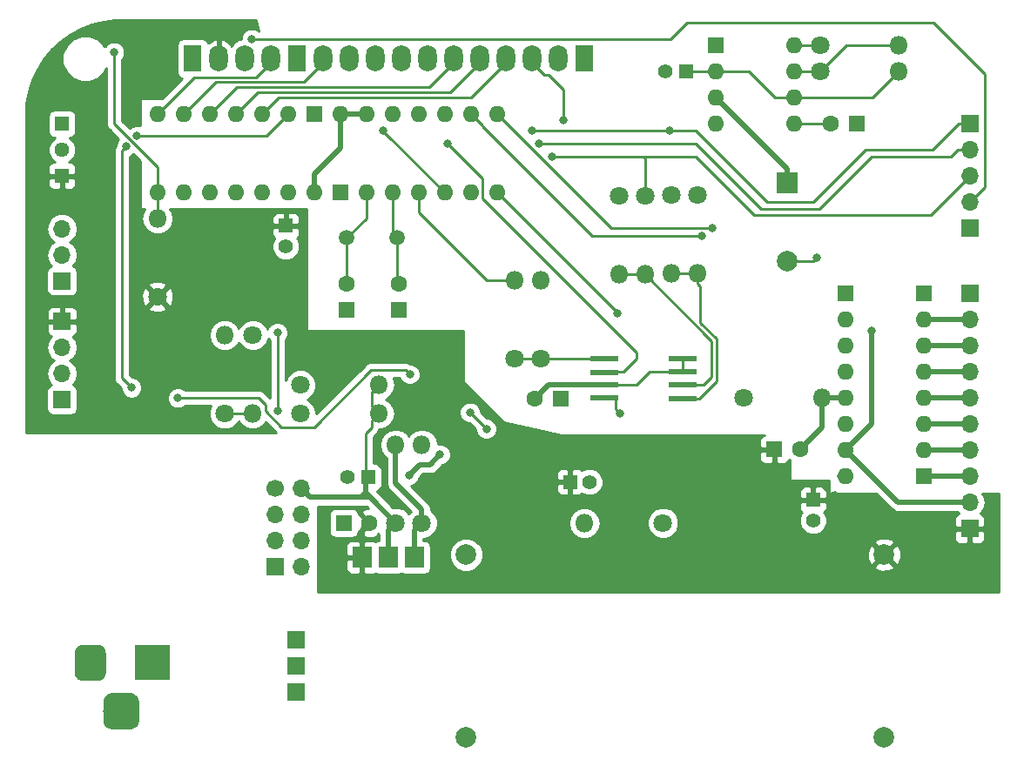
<source format=gbr>
G04 #@! TF.GenerationSoftware,KiCad,Pcbnew,5.0.2-bee76a0~70~ubuntu16.04.1*
G04 #@! TF.CreationDate,2020-01-14T09:55:27-07:00*
G04 #@! TF.ProjectId,Environment_Controller_KiCad_THT,456e7669-726f-46e6-9d65-6e745f436f6e,rev?*
G04 #@! TF.SameCoordinates,Original*
G04 #@! TF.FileFunction,Copper,L1,Top*
G04 #@! TF.FilePolarity,Positive*
%FSLAX46Y46*%
G04 Gerber Fmt 4.6, Leading zero omitted, Abs format (unit mm)*
G04 Created by KiCad (PCBNEW 5.0.2-bee76a0~70~ubuntu16.04.1) date Tue 14 Jan 2020 09:55:27 AM MST*
%MOMM*%
%LPD*%
G01*
G04 APERTURE LIST*
G04 #@! TA.AperFunction,ComponentPad*
%ADD10C,2.000000*%
G04 #@! TD*
G04 #@! TA.AperFunction,ComponentPad*
%ADD11C,1.400000*%
G04 #@! TD*
G04 #@! TA.AperFunction,ComponentPad*
%ADD12R,1.400000X1.400000*%
G04 #@! TD*
G04 #@! TA.AperFunction,ComponentPad*
%ADD13O,1.800000X1.800000*%
G04 #@! TD*
G04 #@! TA.AperFunction,ComponentPad*
%ADD14C,1.800000*%
G04 #@! TD*
G04 #@! TA.AperFunction,SMDPad,CuDef*
%ADD15R,2.750000X0.600000*%
G04 #@! TD*
G04 #@! TA.AperFunction,ComponentPad*
%ADD16R,1.600000X1.600000*%
G04 #@! TD*
G04 #@! TA.AperFunction,ComponentPad*
%ADD17C,1.600000*%
G04 #@! TD*
G04 #@! TA.AperFunction,ComponentPad*
%ADD18O,1.600000X1.600000*%
G04 #@! TD*
G04 #@! TA.AperFunction,ComponentPad*
%ADD19R,1.800000X2.600000*%
G04 #@! TD*
G04 #@! TA.AperFunction,ComponentPad*
%ADD20O,1.800000X2.600000*%
G04 #@! TD*
G04 #@! TA.AperFunction,ComponentPad*
%ADD21R,1.905000X2.000000*%
G04 #@! TD*
G04 #@! TA.AperFunction,ComponentPad*
%ADD22R,2.000000X2.000000*%
G04 #@! TD*
G04 #@! TA.AperFunction,ComponentPad*
%ADD23R,1.700000X1.700000*%
G04 #@! TD*
G04 #@! TA.AperFunction,ComponentPad*
%ADD24O,1.700000X1.700000*%
G04 #@! TD*
G04 #@! TA.AperFunction,ComponentPad*
%ADD25C,1.500000*%
G04 #@! TD*
G04 #@! TA.AperFunction,ComponentPad*
%ADD26R,1.440000X1.440000*%
G04 #@! TD*
G04 #@! TA.AperFunction,ComponentPad*
%ADD27C,1.440000*%
G04 #@! TD*
G04 #@! TA.AperFunction,ComponentPad*
%ADD28R,3.500000X3.500000*%
G04 #@! TD*
G04 #@! TA.AperFunction,Conductor*
%ADD29C,0.100000*%
G04 #@! TD*
G04 #@! TA.AperFunction,ComponentPad*
%ADD30C,3.000000*%
G04 #@! TD*
G04 #@! TA.AperFunction,ComponentPad*
%ADD31C,3.500000*%
G04 #@! TD*
G04 #@! TA.AperFunction,ComponentPad*
%ADD32C,1.700000*%
G04 #@! TD*
G04 #@! TA.AperFunction,ViaPad*
%ADD33C,0.800000*%
G04 #@! TD*
G04 #@! TA.AperFunction,Conductor*
%ADD34C,0.250000*%
G04 #@! TD*
G04 #@! TA.AperFunction,Conductor*
%ADD35C,0.500000*%
G04 #@! TD*
G04 #@! TA.AperFunction,Conductor*
%ADD36C,0.254000*%
G04 #@! TD*
G04 APERTURE END LIST*
D10*
G04 #@! TO.P,L1,4*
G04 #@! TO.N,+5V*
X174180000Y-112740000D03*
G04 #@! TO.P,L1,3*
G04 #@! TO.N,GND*
X174180000Y-130520000D03*
G04 #@! TO.P,L1,2*
G04 #@! TO.N,Net-(L1-Pad2)*
X133540000Y-112740000D03*
G04 #@! TO.P,L1,1*
G04 #@! TO.N,Net-(J1-Pad2)*
X133540000Y-130520000D03*
G04 #@! TD*
D11*
G04 #@! TO.P,C9,2*
G04 #@! TO.N,GND*
X152872000Y-65750000D03*
D12*
G04 #@! TO.P,C9,1*
G04 #@! TO.N,Net-(C9-Pad1)*
X154904000Y-65750000D03*
G04 #@! TD*
G04 #@! TO.P,C1,1*
G04 #@! TO.N,+5V*
X116000000Y-80746000D03*
D11*
G04 #@! TO.P,C1,2*
G04 #@! TO.N,GND*
X116000000Y-82778000D03*
G04 #@! TD*
G04 #@! TO.P,C7,2*
G04 #@! TO.N,GND*
X167269888Y-109438000D03*
D12*
G04 #@! TO.P,C7,1*
G04 #@! TO.N,+5V*
X167269888Y-107406000D03*
G04 #@! TD*
G04 #@! TO.P,C5,1*
G04 #@! TO.N,+3V3*
X123997868Y-105210651D03*
D11*
G04 #@! TO.P,C5,2*
G04 #@! TO.N,GND*
X121965868Y-105210651D03*
G04 #@! TD*
D13*
G04 #@! TO.P,R2,2*
G04 #@! TO.N,+3V3*
X125045549Y-99023366D03*
D14*
G04 #@! TO.P,R2,1*
G04 #@! TO.N,Net-(R2-Pad1)*
X117425549Y-99023366D03*
G04 #@! TD*
G04 #@! TO.P,R1,1*
G04 #@! TO.N,Net-(R1-Pad1)*
X117425549Y-96230000D03*
D13*
G04 #@! TO.P,R1,2*
G04 #@! TO.N,+3V3*
X125045549Y-96230000D03*
G04 #@! TD*
G04 #@! TO.P,R4,2*
G04 #@! TO.N,GND*
X110056500Y-91404000D03*
D14*
G04 #@! TO.P,R4,1*
G04 #@! TO.N,Net-(R3-Pad2)*
X110056500Y-99024000D03*
G04 #@! TD*
D13*
G04 #@! TO.P,R6,2*
G04 #@! TO.N,Net-(J3-Pad4)*
X103516000Y-80037500D03*
D14*
G04 #@! TO.P,R6,1*
G04 #@! TO.N,+5V*
X103516000Y-87657500D03*
G04 #@! TD*
G04 #@! TO.P,R7,1*
G04 #@! TO.N,+3V3*
X126688868Y-109655651D03*
D13*
G04 #@! TO.P,R7,2*
G04 #@! TO.N,Net-(R7-Pad2)*
X126688868Y-102035651D03*
G04 #@! TD*
G04 #@! TO.P,R8,2*
G04 #@! TO.N,GND*
X129228868Y-102035651D03*
D14*
G04 #@! TO.P,R8,1*
G04 #@! TO.N,Net-(R7-Pad2)*
X129228868Y-109655651D03*
G04 #@! TD*
G04 #@! TO.P,R9,1*
G04 #@! TO.N,Net-(R10-Pad1)*
X138233381Y-93706905D03*
D13*
G04 #@! TO.P,R9,2*
G04 #@! TO.N,SS_FlashMemory*
X138233381Y-86086905D03*
G04 #@! TD*
G04 #@! TO.P,R10,2*
G04 #@! TO.N,GND*
X140773381Y-86086905D03*
D14*
G04 #@! TO.P,R10,1*
G04 #@! TO.N,Net-(R10-Pad1)*
X140773381Y-93706905D03*
G04 #@! TD*
G04 #@! TO.P,R11,1*
G04 #@! TO.N,GND*
X152665000Y-109660000D03*
D13*
G04 #@! TO.P,R11,2*
G04 #@! TO.N,LDR*
X145045000Y-109660000D03*
G04 #@! TD*
G04 #@! TO.P,R13,2*
G04 #@! TO.N,Net-(R13-Pad2)*
X148395322Y-85460731D03*
D14*
G04 #@! TO.P,R13,1*
G04 #@! TO.N,GND*
X148395322Y-77840731D03*
G04 #@! TD*
G04 #@! TO.P,R14,1*
G04 #@! TO.N,Clock*
X150935322Y-77840731D03*
D13*
G04 #@! TO.P,R14,2*
G04 #@! TO.N,Net-(R13-Pad2)*
X150935322Y-85460731D03*
G04 #@! TD*
G04 #@! TO.P,R15,2*
G04 #@! TO.N,Net-(R15-Pad2)*
X153487363Y-85410535D03*
D14*
G04 #@! TO.P,R15,1*
G04 #@! TO.N,MOSI*
X153487363Y-77790535D03*
G04 #@! TD*
G04 #@! TO.P,R16,1*
G04 #@! TO.N,GND*
X156027363Y-77790535D03*
D13*
G04 #@! TO.P,R16,2*
G04 #@! TO.N,Net-(R15-Pad2)*
X156027363Y-85410535D03*
G04 #@! TD*
G04 #@! TO.P,R17,2*
G04 #@! TO.N,Net-(C10-Pad2)*
X168120000Y-97500000D03*
D14*
G04 #@! TO.P,R17,1*
G04 #@! TO.N,GND*
X160500000Y-97500000D03*
G04 #@! TD*
G04 #@! TO.P,R19,1*
G04 #@! TO.N,Alarm*
X168000000Y-63210000D03*
D13*
G04 #@! TO.P,R19,2*
G04 #@! TO.N,Net-(R19-Pad2)*
X175620000Y-63210000D03*
G04 #@! TD*
G04 #@! TO.P,R20,2*
G04 #@! TO.N,Net-(C9-Pad1)*
X175620000Y-65750000D03*
D14*
G04 #@! TO.P,R20,1*
G04 #@! TO.N,Net-(R19-Pad2)*
X168000000Y-65750000D03*
G04 #@! TD*
G04 #@! TO.P,R3,1*
G04 #@! TO.N,ESP01_RX*
X112784630Y-91381163D03*
D13*
G04 #@! TO.P,R3,2*
G04 #@! TO.N,Net-(R3-Pad2)*
X112784630Y-99001163D03*
G04 #@! TD*
D15*
G04 #@! TO.P,U5,1*
G04 #@! TO.N,Net-(R10-Pad1)*
X146950000Y-93690000D03*
G04 #@! TO.P,U5,2*
G04 #@! TO.N,MISO*
X146950000Y-94985400D03*
G04 #@! TO.P,U5,3*
G04 #@! TO.N,+3V3*
X146950000Y-96230000D03*
G04 #@! TO.P,U5,4*
G04 #@! TO.N,GND*
X146950000Y-97500000D03*
G04 #@! TO.P,U5,5*
G04 #@! TO.N,Net-(R15-Pad2)*
X154570000Y-97525400D03*
G04 #@! TO.P,U5,6*
G04 #@! TO.N,Net-(R13-Pad2)*
X154570000Y-96230000D03*
G04 #@! TO.P,U5,7*
G04 #@! TO.N,+3V3*
X154570000Y-94960000D03*
G04 #@! TO.P,U5,8*
X154570000Y-93690000D03*
G04 #@! TD*
D16*
G04 #@! TO.P,C10,1*
G04 #@! TO.N,+5V*
X163500000Y-102500000D03*
D17*
G04 #@! TO.P,C10,2*
G04 #@! TO.N,Net-(C10-Pad2)*
X166000000Y-102500000D03*
G04 #@! TD*
G04 #@! TO.P,C8,1*
G04 #@! TO.N,Net-(C8-Pad1)*
X169000000Y-70830000D03*
D16*
G04 #@! TO.P,C8,2*
G04 #@! TO.N,GND*
X171500000Y-70830000D03*
G04 #@! TD*
G04 #@! TO.P,U7,1*
G04 #@! TO.N,GND*
X157825000Y-63210000D03*
D18*
G04 #@! TO.P,U7,5*
G04 #@! TO.N,Net-(C8-Pad1)*
X165445000Y-70830000D03*
G04 #@! TO.P,U7,2*
G04 #@! TO.N,Net-(C9-Pad1)*
X157825000Y-65750000D03*
G04 #@! TO.P,U7,6*
X165445000Y-68290000D03*
G04 #@! TO.P,U7,3*
G04 #@! TO.N,Net-(BZ1-Pad1)*
X157825000Y-68290000D03*
G04 #@! TO.P,U7,7*
G04 #@! TO.N,Net-(R19-Pad2)*
X165445000Y-65750000D03*
G04 #@! TO.P,U7,4*
G04 #@! TO.N,Alarm*
X157825000Y-70830000D03*
G04 #@! TO.P,U7,8*
X165445000Y-63210000D03*
G04 #@! TD*
D19*
G04 #@! TO.P,DS1,1*
G04 #@! TO.N,GND*
X106945000Y-64480000D03*
D20*
G04 #@! TO.P,DS1,2*
G04 #@! TO.N,+5V*
X109485000Y-64480000D03*
G04 #@! TO.P,DS1,3*
G04 #@! TO.N,Net-(DS1-Pad3)*
X112025000Y-64480000D03*
G04 #@! TO.P,DS1,4*
G04 #@! TO.N,LCD_RS*
X114565000Y-64480000D03*
D19*
G04 #@! TO.P,DS1,5*
G04 #@! TO.N,GND*
X117105000Y-64480000D03*
D20*
G04 #@! TO.P,DS1,6*
G04 #@! TO.N,LCD_E*
X119645000Y-64480000D03*
G04 #@! TO.P,DS1,7*
G04 #@! TO.N,Net-(DS1-Pad7)*
X122185000Y-64480000D03*
G04 #@! TO.P,DS1,8*
G04 #@! TO.N,Net-(DS1-Pad8)*
X124725000Y-64480000D03*
G04 #@! TO.P,DS1,9*
G04 #@! TO.N,Net-(DS1-Pad9)*
X127265000Y-64480000D03*
G04 #@! TO.P,DS1,10*
G04 #@! TO.N,Net-(DS1-Pad10)*
X129805000Y-64480000D03*
G04 #@! TO.P,DS1,11*
G04 #@! TO.N,LCD_DB4*
X132345000Y-64480000D03*
G04 #@! TO.P,DS1,12*
G04 #@! TO.N,LCD_DB5*
X134885000Y-64480000D03*
G04 #@! TO.P,DS1,13*
G04 #@! TO.N,LCD_DB6*
X137425000Y-64480000D03*
G04 #@! TO.P,DS1,14*
G04 #@! TO.N,LCD_DB7*
X139965000Y-64480000D03*
G04 #@! TO.P,DS1,15*
G04 #@! TO.N,Backlight*
X142505000Y-64480000D03*
D19*
G04 #@! TO.P,DS1,16*
G04 #@! TO.N,GND*
X145045000Y-64480000D03*
G04 #@! TD*
D21*
G04 #@! TO.P,U4,1*
G04 #@! TO.N,Net-(R7-Pad2)*
X128500000Y-113000000D03*
G04 #@! TO.P,U4,3*
G04 #@! TO.N,+3V3*
X125960000Y-113000000D03*
G04 #@! TO.P,U4,2*
G04 #@! TO.N,+5V*
X123420000Y-113000000D03*
G04 #@! TD*
D22*
G04 #@! TO.P,BZ1,1*
G04 #@! TO.N,Net-(BZ1-Pad1)*
X164730000Y-76565000D03*
D10*
G04 #@! TO.P,BZ1,2*
G04 #@! TO.N,GND*
X164730000Y-84165000D03*
G04 #@! TD*
D17*
G04 #@! TO.P,C2,2*
G04 #@! TO.N,Net-(C2-Pad2)*
X121931000Y-86427500D03*
D16*
G04 #@! TO.P,C2,1*
G04 #@! TO.N,GND*
X121931000Y-88927500D03*
G04 #@! TD*
G04 #@! TO.P,C3,1*
G04 #@! TO.N,GND*
X127011000Y-88927500D03*
D17*
G04 #@! TO.P,C3,2*
G04 #@! TO.N,Net-(C3-Pad2)*
X127011000Y-86427500D03*
G04 #@! TD*
D16*
G04 #@! TO.P,C4,2*
G04 #@! TO.N,GND*
X121648868Y-109655651D03*
D17*
G04 #@! TO.P,C4,1*
G04 #@! TO.N,+5V*
X124148868Y-109655651D03*
G04 #@! TD*
G04 #@! TO.P,C6,1*
G04 #@! TO.N,+3V3*
X140208000Y-97536000D03*
D16*
G04 #@! TO.P,C6,2*
G04 #@! TO.N,GND*
X142708000Y-97536000D03*
G04 #@! TD*
D23*
G04 #@! TO.P,SW1,3*
G04 #@! TO.N,Net-(SW1-Pad3)*
X117000000Y-126080000D03*
G04 #@! TO.P,SW1,2*
G04 #@! TO.N,Net-(J1-Pad1)*
X117000000Y-123540000D03*
G04 #@! TO.P,SW1,1*
G04 #@! TO.N,Net-(L1-Pad2)*
X117000000Y-121000000D03*
G04 #@! TD*
G04 #@! TO.P,J2,3*
G04 #@! TO.N,GND*
X94234000Y-86106000D03*
D24*
G04 #@! TO.P,J2,2*
G04 #@! TO.N,Net-(J2-Pad2)*
X94234000Y-83566000D03*
G04 #@! TO.P,J2,1*
G04 #@! TO.N,Net-(J2-Pad1)*
X94234000Y-81026000D03*
G04 #@! TD*
D23*
G04 #@! TO.P,U1,1*
G04 #@! TO.N,GND*
X94234000Y-97663000D03*
D24*
G04 #@! TO.P,U1,2*
G04 #@! TO.N,Net-(U1-Pad2)*
X94234000Y-95123000D03*
G04 #@! TO.P,U1,3*
G04 #@! TO.N,DHT11*
X94234000Y-92583000D03*
D23*
G04 #@! TO.P,U1,4*
G04 #@! TO.N,+5V*
X94234000Y-90043000D03*
G04 #@! TD*
G04 #@! TO.P,J3,1*
G04 #@! TO.N,MOSI*
X182510000Y-70830000D03*
D24*
G04 #@! TO.P,J3,2*
G04 #@! TO.N,MISO*
X182510000Y-73370000D03*
G04 #@! TO.P,J3,3*
G04 #@! TO.N,Clock*
X182510000Y-75910000D03*
G04 #@! TO.P,J3,4*
G04 #@! TO.N,Net-(J3-Pad4)*
X182510000Y-78450000D03*
D23*
G04 #@! TO.P,J3,5*
G04 #@! TO.N,GND*
X182510000Y-80990000D03*
G04 #@! TD*
G04 #@! TO.P,J4,1*
G04 #@! TO.N,+5V*
X182510000Y-110200000D03*
D24*
G04 #@! TO.P,J4,2*
G04 #@! TO.N,Alarm*
X182510000Y-107660000D03*
G04 #@! TO.P,J4,3*
G04 #@! TO.N,Net-(J4-Pad3)*
X182510000Y-105120000D03*
G04 #@! TO.P,J4,4*
G04 #@! TO.N,Net-(J4-Pad4)*
X182510000Y-102580000D03*
G04 #@! TO.P,J4,5*
G04 #@! TO.N,Net-(J4-Pad5)*
X182510000Y-100040000D03*
G04 #@! TO.P,J4,6*
G04 #@! TO.N,Net-(J4-Pad6)*
X182510000Y-97500000D03*
G04 #@! TO.P,J4,7*
G04 #@! TO.N,Net-(J4-Pad7)*
X182510000Y-94960000D03*
G04 #@! TO.P,J4,8*
G04 #@! TO.N,Net-(J4-Pad8)*
X182510000Y-92420000D03*
G04 #@! TO.P,J4,9*
G04 #@! TO.N,Net-(J4-Pad9)*
X182510000Y-89880000D03*
D23*
G04 #@! TO.P,J4,10*
G04 #@! TO.N,GND*
X182510000Y-87340000D03*
G04 #@! TD*
D25*
G04 #@! TO.P,Y1,1*
G04 #@! TO.N,Net-(C2-Pad2)*
X121931000Y-81942500D03*
G04 #@! TO.P,Y1,2*
G04 #@! TO.N,Net-(C3-Pad2)*
X126831000Y-81942500D03*
G04 #@! TD*
D16*
G04 #@! TO.P,U6,1*
G04 #@! TO.N,Net-(J4-Pad3)*
X178065000Y-105120000D03*
G04 #@! TO.P,U6,9*
G04 #@! TO.N,GND*
X170445000Y-87340000D03*
D18*
G04 #@! TO.P,U6,2*
G04 #@! TO.N,Net-(J4-Pad4)*
X178065000Y-102580000D03*
G04 #@! TO.P,U6,10*
G04 #@! TO.N,+5V*
X170445000Y-89880000D03*
G04 #@! TO.P,U6,3*
G04 #@! TO.N,Net-(J4-Pad5)*
X178065000Y-100040000D03*
G04 #@! TO.P,U6,11*
G04 #@! TO.N,SHCP_SRCLK*
X170445000Y-92420000D03*
G04 #@! TO.P,U6,4*
G04 #@! TO.N,Net-(J4-Pad6)*
X178065000Y-97500000D03*
G04 #@! TO.P,U6,12*
G04 #@! TO.N,STCP_RCLK*
X170445000Y-94960000D03*
G04 #@! TO.P,U6,5*
G04 #@! TO.N,Net-(J4-Pad7)*
X178065000Y-94960000D03*
G04 #@! TO.P,U6,13*
G04 #@! TO.N,Net-(C10-Pad2)*
X170445000Y-97500000D03*
G04 #@! TO.P,U6,6*
G04 #@! TO.N,Net-(J4-Pad8)*
X178065000Y-92420000D03*
G04 #@! TO.P,U6,14*
G04 #@! TO.N,DS_SER*
X170445000Y-100040000D03*
G04 #@! TO.P,U6,7*
G04 #@! TO.N,Net-(J4-Pad9)*
X178065000Y-89880000D03*
G04 #@! TO.P,U6,15*
G04 #@! TO.N,Alarm*
X170445000Y-102580000D03*
D16*
G04 #@! TO.P,U6,8*
G04 #@! TO.N,GND*
X178065000Y-87340000D03*
D18*
G04 #@! TO.P,U6,16*
G04 #@! TO.N,+5V*
X170445000Y-105120000D03*
G04 #@! TD*
G04 #@! TO.P,U2,1*
G04 #@! TO.N,Net-(J3-Pad4)*
X103516000Y-77497500D03*
G04 #@! TO.P,U2,15*
G04 #@! TO.N,SHCP_SRCLK*
X136536000Y-69877500D03*
G04 #@! TO.P,U2,2*
G04 #@! TO.N,Net-(J2-Pad1)*
X106056000Y-77497500D03*
G04 #@! TO.P,U2,16*
G04 #@! TO.N,STCP_RCLK*
X133996000Y-69877500D03*
G04 #@! TO.P,U2,3*
G04 #@! TO.N,Net-(J2-Pad2)*
X108596000Y-77497500D03*
G04 #@! TO.P,U2,17*
G04 #@! TO.N,MOSI*
X131456000Y-69877500D03*
G04 #@! TO.P,U2,4*
G04 #@! TO.N,DHT11*
X111136000Y-77497500D03*
G04 #@! TO.P,U2,18*
G04 #@! TO.N,MISO*
X128916000Y-69877500D03*
G04 #@! TO.P,U2,5*
G04 #@! TO.N,ESP01_RX*
X113676000Y-77497500D03*
G04 #@! TO.P,U2,19*
G04 #@! TO.N,Clock*
X126376000Y-69877500D03*
G04 #@! TO.P,U2,6*
G04 #@! TO.N,ESP01_TX*
X116216000Y-77497500D03*
G04 #@! TO.P,U2,20*
G04 #@! TO.N,+5V*
X123836000Y-69877500D03*
G04 #@! TO.P,U2,7*
X118756000Y-77497500D03*
G04 #@! TO.P,U2,21*
X121296000Y-69877500D03*
D16*
G04 #@! TO.P,U2,8*
G04 #@! TO.N,GND*
X121296000Y-77497500D03*
G04 #@! TO.P,U2,22*
X118756000Y-69877500D03*
D18*
G04 #@! TO.P,U2,9*
G04 #@! TO.N,Net-(C2-Pad2)*
X123836000Y-77497500D03*
G04 #@! TO.P,U2,23*
G04 #@! TO.N,LDR*
X116216000Y-69877500D03*
G04 #@! TO.P,U2,10*
G04 #@! TO.N,Net-(C3-Pad2)*
X126376000Y-77497500D03*
G04 #@! TO.P,U2,24*
G04 #@! TO.N,LCD_DB6*
X113676000Y-69877500D03*
G04 #@! TO.P,U2,11*
G04 #@! TO.N,SS_FlashMemory*
X128916000Y-77497500D03*
G04 #@! TO.P,U2,25*
G04 #@! TO.N,LCD_DB5*
X111136000Y-69877500D03*
G04 #@! TO.P,U2,12*
G04 #@! TO.N,Backlight*
X131456000Y-77497500D03*
G04 #@! TO.P,U2,26*
G04 #@! TO.N,LCD_DB4*
X108596000Y-69877500D03*
G04 #@! TO.P,U2,13*
G04 #@! TO.N,LCD_DB7*
X133996000Y-77497500D03*
G04 #@! TO.P,U2,27*
G04 #@! TO.N,LCD_E*
X106056000Y-69877500D03*
G04 #@! TO.P,U2,14*
G04 #@! TO.N,DS_SER*
X136536000Y-77497500D03*
G04 #@! TO.P,U2,28*
G04 #@! TO.N,LCD_RS*
X103516000Y-69877500D03*
G04 #@! TD*
D26*
G04 #@! TO.P,RV1,1*
G04 #@! TO.N,GND*
X94245000Y-70830000D03*
D27*
G04 #@! TO.P,RV1,2*
G04 #@! TO.N,Net-(DS1-Pad3)*
X94245000Y-73370000D03*
D26*
G04 #@! TO.P,RV1,3*
G04 #@! TO.N,+5V*
X94245000Y-75910000D03*
G04 #@! TD*
D11*
G04 #@! TO.P,R12,1*
G04 #@! TO.N,LDR*
X145542000Y-105664000D03*
D12*
G04 #@! TO.P,R12,2*
G04 #@! TO.N,+5V*
X143642000Y-105664000D03*
G04 #@! TD*
D28*
G04 #@! TO.P,J1,1*
G04 #@! TO.N,Net-(J1-Pad1)*
X103000000Y-123250000D03*
D29*
G04 #@! TD*
G04 #@! TO.N,Net-(J1-Pad2)*
G04 #@! TO.C,J1*
G36*
X97823513Y-121503611D02*
X97896318Y-121514411D01*
X97967714Y-121532295D01*
X98037013Y-121557090D01*
X98103548Y-121588559D01*
X98166678Y-121626398D01*
X98225795Y-121670242D01*
X98280330Y-121719670D01*
X98329758Y-121774205D01*
X98373602Y-121833322D01*
X98411441Y-121896452D01*
X98442910Y-121962987D01*
X98467705Y-122032286D01*
X98485589Y-122103682D01*
X98496389Y-122176487D01*
X98500000Y-122250000D01*
X98500000Y-124250000D01*
X98496389Y-124323513D01*
X98485589Y-124396318D01*
X98467705Y-124467714D01*
X98442910Y-124537013D01*
X98411441Y-124603548D01*
X98373602Y-124666678D01*
X98329758Y-124725795D01*
X98280330Y-124780330D01*
X98225795Y-124829758D01*
X98166678Y-124873602D01*
X98103548Y-124911441D01*
X98037013Y-124942910D01*
X97967714Y-124967705D01*
X97896318Y-124985589D01*
X97823513Y-124996389D01*
X97750000Y-125000000D01*
X96250000Y-125000000D01*
X96176487Y-124996389D01*
X96103682Y-124985589D01*
X96032286Y-124967705D01*
X95962987Y-124942910D01*
X95896452Y-124911441D01*
X95833322Y-124873602D01*
X95774205Y-124829758D01*
X95719670Y-124780330D01*
X95670242Y-124725795D01*
X95626398Y-124666678D01*
X95588559Y-124603548D01*
X95557090Y-124537013D01*
X95532295Y-124467714D01*
X95514411Y-124396318D01*
X95503611Y-124323513D01*
X95500000Y-124250000D01*
X95500000Y-122250000D01*
X95503611Y-122176487D01*
X95514411Y-122103682D01*
X95532295Y-122032286D01*
X95557090Y-121962987D01*
X95588559Y-121896452D01*
X95626398Y-121833322D01*
X95670242Y-121774205D01*
X95719670Y-121719670D01*
X95774205Y-121670242D01*
X95833322Y-121626398D01*
X95896452Y-121588559D01*
X95962987Y-121557090D01*
X96032286Y-121532295D01*
X96103682Y-121514411D01*
X96176487Y-121503611D01*
X96250000Y-121500000D01*
X97750000Y-121500000D01*
X97823513Y-121503611D01*
X97823513Y-121503611D01*
G37*
D30*
G04 #@! TO.P,J1,2*
G04 #@! TO.N,Net-(J1-Pad2)*
X97000000Y-123250000D03*
D29*
G04 #@! TD*
G04 #@! TO.N,Net-(J1-Pad2)*
G04 #@! TO.C,J1*
G36*
X100960765Y-126204213D02*
X101045704Y-126216813D01*
X101128999Y-126237677D01*
X101209848Y-126266605D01*
X101287472Y-126303319D01*
X101361124Y-126347464D01*
X101430094Y-126398616D01*
X101493718Y-126456282D01*
X101551384Y-126519906D01*
X101602536Y-126588876D01*
X101646681Y-126662528D01*
X101683395Y-126740152D01*
X101712323Y-126821001D01*
X101733187Y-126904296D01*
X101745787Y-126989235D01*
X101750000Y-127075000D01*
X101750000Y-128825000D01*
X101745787Y-128910765D01*
X101733187Y-128995704D01*
X101712323Y-129078999D01*
X101683395Y-129159848D01*
X101646681Y-129237472D01*
X101602536Y-129311124D01*
X101551384Y-129380094D01*
X101493718Y-129443718D01*
X101430094Y-129501384D01*
X101361124Y-129552536D01*
X101287472Y-129596681D01*
X101209848Y-129633395D01*
X101128999Y-129662323D01*
X101045704Y-129683187D01*
X100960765Y-129695787D01*
X100875000Y-129700000D01*
X99125000Y-129700000D01*
X99039235Y-129695787D01*
X98954296Y-129683187D01*
X98871001Y-129662323D01*
X98790152Y-129633395D01*
X98712528Y-129596681D01*
X98638876Y-129552536D01*
X98569906Y-129501384D01*
X98506282Y-129443718D01*
X98448616Y-129380094D01*
X98397464Y-129311124D01*
X98353319Y-129237472D01*
X98316605Y-129159848D01*
X98287677Y-129078999D01*
X98266813Y-128995704D01*
X98254213Y-128910765D01*
X98250000Y-128825000D01*
X98250000Y-127075000D01*
X98254213Y-126989235D01*
X98266813Y-126904296D01*
X98287677Y-126821001D01*
X98316605Y-126740152D01*
X98353319Y-126662528D01*
X98397464Y-126588876D01*
X98448616Y-126519906D01*
X98506282Y-126456282D01*
X98569906Y-126398616D01*
X98638876Y-126347464D01*
X98712528Y-126303319D01*
X98790152Y-126266605D01*
X98871001Y-126237677D01*
X98954296Y-126216813D01*
X99039235Y-126204213D01*
X99125000Y-126200000D01*
X100875000Y-126200000D01*
X100960765Y-126204213D01*
X100960765Y-126204213D01*
G37*
D31*
G04 #@! TO.P,J1,MP*
G04 #@! TO.N,Net-(J1-Pad2)*
X100000000Y-127950000D03*
G04 #@! TD*
D32*
G04 #@! TO.P,U3,4*
G04 #@! TO.N,Net-(R3-Pad2)*
X114975052Y-106313643D03*
D24*
G04 #@! TO.P,U3,5*
G04 #@! TO.N,+3V3*
X117515052Y-106313643D03*
G04 #@! TO.P,U3,3*
G04 #@! TO.N,Net-(U3-Pad3)*
X114975052Y-108853643D03*
G04 #@! TO.P,U3,6*
G04 #@! TO.N,Net-(R2-Pad1)*
X117515052Y-108853643D03*
G04 #@! TO.P,U3,2*
G04 #@! TO.N,Net-(U3-Pad2)*
X114975052Y-111393643D03*
G04 #@! TO.P,U3,7*
G04 #@! TO.N,Net-(R1-Pad1)*
X117515052Y-111393643D03*
D23*
G04 #@! TO.P,U3,1*
G04 #@! TO.N,GND*
X114975052Y-113933643D03*
D24*
G04 #@! TO.P,U3,8*
G04 #@! TO.N,ESP01_TX*
X117515052Y-113933643D03*
G04 #@! TD*
D33*
G04 #@! TO.N,GND*
X148500000Y-99000000D03*
X167640000Y-83820000D03*
G04 #@! TO.N,+3V3*
X128000000Y-105000000D03*
X131000000Y-103000000D03*
G04 #@! TO.N,ESP01_TX*
X115200000Y-91150000D03*
X115200000Y-98770000D03*
G04 #@! TO.N,MOSI*
X139965000Y-71465000D03*
X153300000Y-71465000D03*
G04 #@! TO.N,Net-(J3-Pad4)*
X99325000Y-63845000D03*
X112660000Y-62575000D03*
G04 #@! TO.N,LDR*
X101510153Y-71989847D03*
X100484847Y-73015153D03*
X101000000Y-96500000D03*
X105500000Y-97500000D03*
X128049999Y-95204999D03*
X133898959Y-98898959D03*
X135500000Y-100500000D03*
G04 #@! TO.N,Clock*
X141870000Y-74005000D03*
G04 #@! TO.N,MISO*
X140600000Y-72735000D03*
X131710000Y-72735000D03*
G04 #@! TO.N,SHCP_SRCLK*
X157497998Y-80990000D03*
G04 #@! TO.N,STCP_RCLK*
X156475000Y-81715000D03*
G04 #@! TO.N,LCD_DB7*
X143000000Y-70500000D03*
G04 #@! TO.N,DS_SER*
X148220000Y-89245000D03*
G04 #@! TO.N,Backlight*
X125500000Y-71500000D03*
G04 #@! TO.N,Alarm*
X173000000Y-91000000D03*
G04 #@! TD*
D34*
G04 #@! TO.N,GND*
X148060000Y-98560000D02*
X148500000Y-99000000D01*
X148060000Y-97500000D02*
X148060000Y-98560000D01*
X167295000Y-84165000D02*
X167640000Y-83820000D01*
X164730000Y-84165000D02*
X167295000Y-84165000D01*
D35*
G04 #@! TO.N,+5V*
X170445000Y-105120000D02*
X169810000Y-105120000D01*
X123420000Y-110384519D02*
X124148868Y-109655651D01*
X123420000Y-113000000D02*
X123420000Y-110384519D01*
X118756000Y-77497500D02*
X118756000Y-75744000D01*
X121296000Y-73204000D02*
X121296000Y-69877500D01*
X118756000Y-75744000D02*
X121296000Y-73204000D01*
X121296000Y-69877500D02*
X123836000Y-69877500D01*
D34*
G04 #@! TO.N,Net-(R3-Pad2)*
X112784630Y-99001163D02*
X110244630Y-99001163D01*
D35*
G04 #@! TO.N,+3V3*
X123743868Y-106710651D02*
X123743868Y-105210651D01*
X123743868Y-106310651D02*
X123740876Y-106313643D01*
X123743868Y-105210651D02*
X123743868Y-106310651D01*
D34*
X145680000Y-96230000D02*
X148060000Y-96230000D01*
X151395000Y-94960000D02*
X153460000Y-94960000D01*
X150125000Y-96230000D02*
X151395000Y-94960000D01*
X148060000Y-96230000D02*
X150125000Y-96230000D01*
X123743868Y-105210651D02*
X123612870Y-105210651D01*
X124345550Y-98323367D02*
X125045549Y-99023366D01*
X124345550Y-96929999D02*
X124345550Y-98323367D01*
X125045549Y-96230000D02*
X124345550Y-96929999D01*
X124345550Y-99723365D02*
X124345550Y-100359050D01*
X125045549Y-99023366D02*
X124345550Y-99723365D01*
X123743868Y-100960732D02*
X123743868Y-105210651D01*
X124345550Y-100359050D02*
X123743868Y-100960732D01*
D35*
X125960000Y-110384519D02*
X126688868Y-109655651D01*
X125960000Y-113000000D02*
X125960000Y-110384519D01*
X128000000Y-105000000D02*
X129000000Y-104000000D01*
X129000000Y-104000000D02*
X130000000Y-104000000D01*
X130000000Y-104000000D02*
X131000000Y-103000000D01*
X141514000Y-96230000D02*
X146950000Y-96230000D01*
X140208000Y-97536000D02*
X141514000Y-96230000D01*
D34*
X154570000Y-93690000D02*
X154570000Y-94960000D01*
D35*
X118365051Y-107163642D02*
X117515052Y-106313643D01*
X123290877Y-107163642D02*
X118365051Y-107163642D01*
X123743868Y-106710651D02*
X123290877Y-107163642D01*
X124196859Y-107163642D02*
X124348217Y-107315000D01*
X123290877Y-107163642D02*
X124196859Y-107163642D01*
X124348217Y-107315000D02*
X123743868Y-106710651D01*
X126688868Y-109655651D02*
X124348217Y-107315000D01*
D34*
G04 #@! TO.N,ESP01_TX*
X115200000Y-91150000D02*
X115200000Y-98770000D01*
G04 #@! TO.N,Net-(R15-Pad2)*
X156290010Y-86663131D02*
X156027363Y-86400484D01*
X156027363Y-86400484D02*
X156027363Y-85410535D01*
X153460000Y-97500000D02*
X154571410Y-97500000D01*
X153487363Y-85410535D02*
X156027363Y-85410535D01*
X156195000Y-97525400D02*
X154570000Y-97525400D01*
X157872600Y-95847800D02*
X156195000Y-97525400D01*
X157872600Y-91761599D02*
X157872600Y-95847800D01*
X156290010Y-90179009D02*
X157872600Y-91761599D01*
X156290010Y-86663131D02*
X156290010Y-90179009D01*
G04 #@! TO.N,MOSI*
X139965000Y-71465000D02*
X153300000Y-71465000D01*
X178870000Y-73370000D02*
X181410000Y-70830000D01*
X181410000Y-70830000D02*
X182510000Y-70830000D01*
X172350000Y-73370000D02*
X178870000Y-73370000D01*
X153300000Y-71465000D02*
X155840000Y-71465000D01*
X155840000Y-71465000D02*
X162825000Y-78450000D01*
X162825000Y-78450000D02*
X167270000Y-78450000D01*
X167270000Y-78450000D02*
X172350000Y-73370000D01*
G04 #@! TO.N,Net-(J3-Pad4)*
X103516000Y-77497500D02*
X103516000Y-80037500D01*
X103516000Y-77497500D02*
X103516000Y-75021000D01*
X103516000Y-75021000D02*
X99325000Y-70830000D01*
X99325000Y-70830000D02*
X99325000Y-63845000D01*
X153425000Y-62575000D02*
X112660000Y-62575000D01*
X155000000Y-61000000D02*
X153425000Y-62575000D01*
X182510000Y-78450000D02*
X184000000Y-76960000D01*
X184000000Y-76960000D02*
X184000000Y-66000000D01*
X179000000Y-61000000D02*
X155000000Y-61000000D01*
X184000000Y-66000000D02*
X179000000Y-61000000D01*
D35*
G04 #@! TO.N,Net-(R7-Pad2)*
X129228868Y-109655651D02*
X129228868Y-108353868D01*
X126688868Y-105813868D02*
X126688868Y-102035651D01*
X129228868Y-108353868D02*
X126688868Y-105813868D01*
X128500000Y-110384519D02*
X129228868Y-109655651D01*
X128500000Y-113000000D02*
X128500000Y-110384519D01*
D34*
G04 #@! TO.N,Net-(R10-Pad1)*
X140790286Y-93690000D02*
X140773381Y-93706905D01*
X148060000Y-93690000D02*
X140790286Y-93690000D01*
X140773381Y-93706905D02*
X138233381Y-93706905D01*
G04 #@! TO.N,SS_FlashMemory*
X138233381Y-86086905D02*
X135536905Y-86086905D01*
X128916000Y-79466000D02*
X128916000Y-77497500D01*
X135536905Y-86086905D02*
X128916000Y-79466000D01*
G04 #@! TO.N,LDR*
X116216000Y-69877500D02*
X114093500Y-72000000D01*
X101520306Y-72000000D02*
X101510153Y-71989847D01*
X114093500Y-72000000D02*
X101520306Y-72000000D01*
X100054999Y-95554999D02*
X101000000Y-96500000D01*
X100054999Y-73445001D02*
X100054999Y-95554999D01*
X100484847Y-73015153D02*
X100054999Y-73445001D01*
X105500000Y-97500000D02*
X112800469Y-97500000D01*
X133898959Y-98898959D02*
X135500000Y-100500000D01*
X127650000Y-94805000D02*
X124270000Y-94805000D01*
X128049999Y-95204999D02*
X127650000Y-94805000D01*
X124270000Y-94805000D02*
X118745000Y-100330000D01*
X118745000Y-100330000D02*
X115570000Y-100330000D01*
X114009631Y-98769631D02*
X114009631Y-98134631D01*
X115570000Y-100330000D02*
X114009631Y-98769631D01*
X113375000Y-97500000D02*
X112800469Y-97500000D01*
X114009631Y-98134631D02*
X113375000Y-97500000D01*
G04 #@! TO.N,Net-(R13-Pad2)*
X153460000Y-96230000D02*
X155205000Y-96230000D01*
X149945373Y-85460731D02*
X148395322Y-85460731D01*
X150935322Y-85460731D02*
X149945373Y-85460731D01*
X150935322Y-85460731D02*
X157422591Y-91948000D01*
X157422591Y-91948000D02*
X157422591Y-95446591D01*
X156639182Y-96230000D02*
X154570000Y-96230000D01*
X157422591Y-95446591D02*
X156639182Y-96230000D01*
G04 #@! TO.N,Clock*
X150935322Y-77840731D02*
X150935322Y-74180322D01*
X150935322Y-74180322D02*
X150760000Y-74005000D01*
X141870000Y-74005000D02*
X150760000Y-74005000D01*
X150760000Y-74005000D02*
X155840000Y-74005000D01*
X155840000Y-74005000D02*
X161555000Y-79720000D01*
X178700000Y-79720000D02*
X182510000Y-75910000D01*
X161555000Y-79720000D02*
X178700000Y-79720000D01*
G04 #@! TO.N,MISO*
X135121001Y-76146001D02*
X131710000Y-72735000D01*
X135121001Y-78051001D02*
X135121001Y-76146001D01*
X150125000Y-93055000D02*
X135121001Y-78051001D01*
X148060000Y-94960000D02*
X148855000Y-94960000D01*
X150125000Y-93690000D02*
X150125000Y-93055000D01*
X148855000Y-94960000D02*
X150125000Y-93690000D01*
X181307919Y-73370000D02*
X182510000Y-73370000D01*
X180672919Y-74005000D02*
X181307919Y-73370000D01*
X172985000Y-74005000D02*
X180672919Y-74005000D01*
X155840000Y-72735000D02*
X162190000Y-79085000D01*
X162190000Y-79085000D02*
X167905000Y-79085000D01*
X140600000Y-72735000D02*
X155840000Y-72735000D01*
X167905000Y-79085000D02*
X172985000Y-74005000D01*
G04 #@! TO.N,SHCP_SRCLK*
X136536000Y-69877500D02*
X147648500Y-80990000D01*
X147648500Y-80990000D02*
X157497998Y-80990000D01*
G04 #@! TO.N,STCP_RCLK*
X135121001Y-71066001D02*
X145045000Y-80990000D01*
X135121001Y-71002501D02*
X135121001Y-71066001D01*
X133996000Y-69877500D02*
X135121001Y-71002501D01*
X145770000Y-81715000D02*
X156475000Y-81715000D01*
X145045000Y-80990000D02*
X145770000Y-81715000D01*
G04 #@! TO.N,Net-(C2-Pad2)*
X123836000Y-80037500D02*
X121931000Y-81942500D01*
X123836000Y-77497500D02*
X123836000Y-80037500D01*
X121931000Y-83003160D02*
X121931000Y-86427500D01*
X121931000Y-81942500D02*
X121931000Y-83003160D01*
G04 #@! TO.N,LCD_DB6*
X113676000Y-69877500D02*
X115263500Y-68290000D01*
X137425000Y-64880000D02*
X137425000Y-64480000D01*
X134015000Y-68290000D02*
X137425000Y-64880000D01*
X115263500Y-68290000D02*
X134015000Y-68290000D01*
G04 #@! TO.N,Net-(C3-Pad2)*
X126376000Y-81487500D02*
X126831000Y-81942500D01*
X126376000Y-77497500D02*
X126376000Y-81487500D01*
X126831000Y-86247500D02*
X127011000Y-86427500D01*
X126831000Y-81942500D02*
X126831000Y-86247500D01*
G04 #@! TO.N,LCD_DB5*
X111136000Y-69877500D02*
X113231500Y-67782000D01*
X134885000Y-64880000D02*
X134885000Y-64480000D01*
X131983000Y-67782000D02*
X134885000Y-64880000D01*
X113231500Y-67782000D02*
X131983000Y-67782000D01*
G04 #@! TO.N,LCD_DB7*
X139965000Y-64880000D02*
X139965000Y-64480000D01*
X141115000Y-66030000D02*
X139965000Y-64880000D01*
X141515000Y-66030000D02*
X141115000Y-66030000D01*
X143000000Y-67515000D02*
X141515000Y-66030000D01*
X143000000Y-70500000D02*
X143000000Y-67515000D01*
G04 #@! TO.N,LCD_DB4*
X108596000Y-69877500D02*
X111199500Y-67274000D01*
X132345000Y-64880000D02*
X132345000Y-64480000D01*
X129951000Y-67274000D02*
X132345000Y-64880000D01*
X111199500Y-67274000D02*
X129951000Y-67274000D01*
G04 #@! TO.N,LCD_E*
X106056000Y-69877500D02*
X109167500Y-66766000D01*
X119645000Y-64880000D02*
X119645000Y-64480000D01*
X117759000Y-66766000D02*
X119645000Y-64880000D01*
X109167500Y-66766000D02*
X117759000Y-66766000D01*
G04 #@! TO.N,DS_SER*
X136536000Y-77497500D02*
X148220000Y-89181500D01*
X148220000Y-89181500D02*
X148220000Y-89245000D01*
G04 #@! TO.N,LCD_RS*
X114565000Y-64880000D02*
X114565000Y-64480000D01*
X113129010Y-66315990D02*
X114565000Y-64880000D01*
X107077510Y-66315990D02*
X113129010Y-66315990D01*
X103516000Y-69877500D02*
X107077510Y-66315990D01*
D35*
G04 #@! TO.N,Net-(J4-Pad3)*
X182510000Y-105120000D02*
X178065000Y-105120000D01*
G04 #@! TO.N,Net-(J4-Pad4)*
X182510000Y-102580000D02*
X178065000Y-102580000D01*
G04 #@! TO.N,Net-(J4-Pad5)*
X182510000Y-100040000D02*
X178065000Y-100040000D01*
G04 #@! TO.N,Net-(J4-Pad6)*
X182510000Y-97500000D02*
X178065000Y-97500000D01*
G04 #@! TO.N,Net-(J4-Pad7)*
X182510000Y-94960000D02*
X178394481Y-94960000D01*
G04 #@! TO.N,Net-(J4-Pad8)*
X178065000Y-92420000D02*
X182510000Y-92420000D01*
G04 #@! TO.N,Net-(J4-Pad9)*
X178065000Y-89880000D02*
X182510000Y-89880000D01*
D34*
G04 #@! TO.N,Backlight*
X142505000Y-64880000D02*
X142505000Y-64480000D01*
X125500000Y-71541500D02*
X125500000Y-71500000D01*
X131456000Y-77497500D02*
X125500000Y-71541500D01*
G04 #@! TO.N,Net-(C9-Pad1)*
X154650000Y-65750000D02*
X157825000Y-65750000D01*
X165445000Y-68290000D02*
X163540000Y-68290000D01*
X161000000Y-65750000D02*
X157825000Y-65750000D01*
X163540000Y-68290000D02*
X161000000Y-65750000D01*
X173080000Y-68290000D02*
X175620000Y-65750000D01*
X165445000Y-68290000D02*
X173080000Y-68290000D01*
G04 #@! TO.N,Net-(R19-Pad2)*
X170540000Y-63210000D02*
X168000000Y-65750000D01*
X175620000Y-63210000D02*
X170540000Y-63210000D01*
X167010051Y-65750000D02*
X165445000Y-65750000D01*
X168000000Y-65750000D02*
X167010051Y-65750000D01*
D35*
G04 #@! TO.N,Alarm*
X170445000Y-102580000D02*
X175525000Y-107660000D01*
X175525000Y-107660000D02*
X182510000Y-107660000D01*
X170445000Y-102580000D02*
X172985000Y-100040000D01*
X172985000Y-91015000D02*
X173000000Y-91000000D01*
X172985000Y-100040000D02*
X172985000Y-91015000D01*
D34*
X168000000Y-63210000D02*
X165445000Y-63210000D01*
G04 #@! TO.N,Net-(C8-Pad1)*
X168620000Y-70830000D02*
X165445000Y-70830000D01*
D35*
G04 #@! TO.N,Net-(C10-Pad2)*
X167905000Y-100595000D02*
X166000000Y-102500000D01*
X168120000Y-97500000D02*
X170445000Y-97500000D01*
X168120000Y-100380000D02*
X167905000Y-100595000D01*
X168120000Y-97500000D02*
X168120000Y-100380000D01*
G04 #@! TO.N,Net-(BZ1-Pad1)*
X164730000Y-75195000D02*
X164730000Y-76565000D01*
X157825000Y-68290000D02*
X164730000Y-75195000D01*
G04 #@! TD*
D36*
G04 #@! TO.N,+5V*
G36*
X113363111Y-61814400D02*
X113246280Y-61697569D01*
X112865874Y-61540000D01*
X112454126Y-61540000D01*
X112073720Y-61697569D01*
X111782569Y-61988720D01*
X111625000Y-62369126D01*
X111625000Y-62594493D01*
X111426073Y-62634062D01*
X110918327Y-62973327D01*
X110743298Y-63235278D01*
X110480606Y-62904788D01*
X109955086Y-62613244D01*
X109849740Y-62588964D01*
X109612000Y-62709622D01*
X109612000Y-64353000D01*
X109632000Y-64353000D01*
X109632000Y-64607000D01*
X109612000Y-64607000D01*
X109612000Y-64627000D01*
X109358000Y-64627000D01*
X109358000Y-64607000D01*
X109338000Y-64607000D01*
X109338000Y-64353000D01*
X109358000Y-64353000D01*
X109358000Y-62709622D01*
X109120260Y-62588964D01*
X109014914Y-62613244D01*
X108489394Y-62904788D01*
X108448045Y-62956809D01*
X108443157Y-62932235D01*
X108302809Y-62722191D01*
X108092765Y-62581843D01*
X107845000Y-62532560D01*
X106045000Y-62532560D01*
X105797235Y-62581843D01*
X105587191Y-62722191D01*
X105446843Y-62932235D01*
X105397560Y-63180000D01*
X105397560Y-65780000D01*
X105446843Y-66027765D01*
X105587191Y-66237809D01*
X105797235Y-66378157D01*
X105916765Y-66401933D01*
X103945699Y-68373000D01*
X102000000Y-68373000D01*
X101951399Y-68382667D01*
X101910197Y-68410197D01*
X101882667Y-68451399D01*
X101873000Y-68500000D01*
X101873000Y-71019867D01*
X101716027Y-70954847D01*
X101304279Y-70954847D01*
X100923873Y-71112416D01*
X100803045Y-71233244D01*
X100085000Y-70515199D01*
X100085000Y-64548711D01*
X100202431Y-64431280D01*
X100360000Y-64050874D01*
X100360000Y-63639126D01*
X100202431Y-63258720D01*
X99911280Y-62967569D01*
X99530874Y-62810000D01*
X99119126Y-62810000D01*
X98738720Y-62967569D01*
X98447569Y-63258720D01*
X98426280Y-63310116D01*
X98394741Y-63233974D01*
X97766026Y-62605259D01*
X96944569Y-62265000D01*
X96055431Y-62265000D01*
X95233974Y-62605259D01*
X94605259Y-63233974D01*
X94265000Y-64055431D01*
X94265000Y-64944569D01*
X94605259Y-65766026D01*
X95233974Y-66394741D01*
X96055431Y-66735000D01*
X96944569Y-66735000D01*
X97766026Y-66394741D01*
X98394741Y-65766026D01*
X98565001Y-65354983D01*
X98565000Y-70755153D01*
X98550112Y-70830000D01*
X98565000Y-70904847D01*
X98565000Y-70904851D01*
X98609096Y-71126536D01*
X98777071Y-71377929D01*
X98840530Y-71420331D01*
X99728244Y-72308045D01*
X99607416Y-72428873D01*
X99449847Y-72809279D01*
X99449847Y-72982712D01*
X99339095Y-73148465D01*
X99294999Y-73370150D01*
X99294999Y-73370154D01*
X99280111Y-73445001D01*
X99294999Y-73519848D01*
X99295000Y-95480147D01*
X99280111Y-95554999D01*
X99339096Y-95851536D01*
X99458760Y-96030625D01*
X99507071Y-96102928D01*
X99570527Y-96145328D01*
X99965000Y-96539801D01*
X99965000Y-96705874D01*
X100122569Y-97086280D01*
X100413720Y-97377431D01*
X100794126Y-97535000D01*
X101205874Y-97535000D01*
X101586280Y-97377431D01*
X101877431Y-97086280D01*
X102035000Y-96705874D01*
X102035000Y-96294126D01*
X101877431Y-95913720D01*
X101586280Y-95622569D01*
X101205874Y-95465000D01*
X101039801Y-95465000D01*
X100814999Y-95240198D01*
X100814999Y-88737659D01*
X102615446Y-88737659D01*
X102701852Y-88994143D01*
X103275336Y-89203958D01*
X103885460Y-89178339D01*
X104330148Y-88994143D01*
X104416554Y-88737659D01*
X103516000Y-87837105D01*
X102615446Y-88737659D01*
X100814999Y-88737659D01*
X100814999Y-87416836D01*
X101969542Y-87416836D01*
X101995161Y-88026960D01*
X102179357Y-88471648D01*
X102435841Y-88558054D01*
X103336395Y-87657500D01*
X103695605Y-87657500D01*
X104596159Y-88558054D01*
X104852643Y-88471648D01*
X105062458Y-87898164D01*
X105036839Y-87288040D01*
X104852643Y-86843352D01*
X104596159Y-86756946D01*
X103695605Y-87657500D01*
X103336395Y-87657500D01*
X102435841Y-86756946D01*
X102179357Y-86843352D01*
X101969542Y-87416836D01*
X100814999Y-87416836D01*
X100814999Y-86577341D01*
X102615446Y-86577341D01*
X103516000Y-87477895D01*
X104416554Y-86577341D01*
X104330148Y-86320857D01*
X103756664Y-86111042D01*
X103146540Y-86136661D01*
X102701852Y-86320857D01*
X102615446Y-86577341D01*
X100814999Y-86577341D01*
X100814999Y-73998675D01*
X101071127Y-73892584D01*
X101191955Y-73771756D01*
X101873000Y-74452802D01*
X101873000Y-79000000D01*
X101882667Y-79048601D01*
X101910197Y-79089803D01*
X101951399Y-79117333D01*
X102000000Y-79127000D01*
X102278248Y-79127000D01*
X102070062Y-79438573D01*
X101950928Y-80037500D01*
X102070062Y-80636427D01*
X102409327Y-81144173D01*
X102917073Y-81483438D01*
X103364818Y-81572500D01*
X103667182Y-81572500D01*
X104114927Y-81483438D01*
X104622673Y-81144173D01*
X104697791Y-81031750D01*
X114665000Y-81031750D01*
X114665000Y-81572309D01*
X114761673Y-81805698D01*
X114923000Y-81967025D01*
X114868242Y-82021783D01*
X114665000Y-82512452D01*
X114665000Y-83043548D01*
X114868242Y-83534217D01*
X115243783Y-83909758D01*
X115734452Y-84113000D01*
X116265548Y-84113000D01*
X116756217Y-83909758D01*
X117131758Y-83534217D01*
X117335000Y-83043548D01*
X117335000Y-82512452D01*
X117131758Y-82021783D01*
X117077000Y-81967025D01*
X117238327Y-81805698D01*
X117335000Y-81572309D01*
X117335000Y-81031750D01*
X117176250Y-80873000D01*
X116127000Y-80873000D01*
X116127000Y-80893000D01*
X115873000Y-80893000D01*
X115873000Y-80873000D01*
X114823750Y-80873000D01*
X114665000Y-81031750D01*
X104697791Y-81031750D01*
X104961938Y-80636427D01*
X105081072Y-80037500D01*
X105057639Y-79919691D01*
X114665000Y-79919691D01*
X114665000Y-80460250D01*
X114823750Y-80619000D01*
X115873000Y-80619000D01*
X115873000Y-79569750D01*
X116127000Y-79569750D01*
X116127000Y-80619000D01*
X117176250Y-80619000D01*
X117335000Y-80460250D01*
X117335000Y-79919691D01*
X117238327Y-79686302D01*
X117059699Y-79507673D01*
X116826310Y-79411000D01*
X116285750Y-79411000D01*
X116127000Y-79569750D01*
X115873000Y-79569750D01*
X115714250Y-79411000D01*
X115173690Y-79411000D01*
X114940301Y-79507673D01*
X114761673Y-79686302D01*
X114665000Y-79919691D01*
X105057639Y-79919691D01*
X104961938Y-79438573D01*
X104753752Y-79127000D01*
X117983000Y-79127000D01*
X117983000Y-90805000D01*
X117992667Y-90853601D01*
X118020197Y-90894803D01*
X118061399Y-90922333D01*
X118110000Y-90932000D01*
X133223000Y-90932000D01*
X133223000Y-95885000D01*
X133232667Y-95933601D01*
X133260197Y-95974803D01*
X137070197Y-99784803D01*
X137132450Y-99818976D01*
X142847450Y-101088976D01*
X142875000Y-101092000D01*
X162508507Y-101092000D01*
X162340302Y-101161673D01*
X162161673Y-101340301D01*
X162065000Y-101573690D01*
X162065000Y-102214250D01*
X162223750Y-102373000D01*
X163373000Y-102373000D01*
X163373000Y-102353000D01*
X163627000Y-102353000D01*
X163627000Y-102373000D01*
X163647000Y-102373000D01*
X163647000Y-102627000D01*
X163627000Y-102627000D01*
X163627000Y-103776250D01*
X163785750Y-103935000D01*
X164426309Y-103935000D01*
X164659698Y-103838327D01*
X164838327Y-103659699D01*
X164923845Y-103453241D01*
X164973000Y-103502396D01*
X164973000Y-105410000D01*
X164982667Y-105458601D01*
X165010197Y-105499803D01*
X165051399Y-105527333D01*
X165100000Y-105537000D01*
X168821313Y-105537000D01*
X168783072Y-106675737D01*
X168788527Y-106717059D01*
X168811956Y-106760724D01*
X168850311Y-106792099D01*
X168897753Y-106806408D01*
X168947059Y-106801473D01*
X169418000Y-106657796D01*
X169418000Y-106680000D01*
X169427667Y-106728601D01*
X169455197Y-106769803D01*
X169496399Y-106797333D01*
X169545000Y-106807000D01*
X173420421Y-106807000D01*
X174837577Y-108224156D01*
X174886951Y-108298049D01*
X174960844Y-108347423D01*
X174960845Y-108347424D01*
X174970488Y-108353867D01*
X175179690Y-108493652D01*
X175437835Y-108545000D01*
X175437839Y-108545000D01*
X175525000Y-108562337D01*
X175612161Y-108545000D01*
X181315344Y-108545000D01*
X181439375Y-108730625D01*
X181461033Y-108745096D01*
X181300302Y-108811673D01*
X181121673Y-108990301D01*
X181025000Y-109223690D01*
X181025000Y-109914250D01*
X181183750Y-110073000D01*
X182383000Y-110073000D01*
X182383000Y-110053000D01*
X182637000Y-110053000D01*
X182637000Y-110073000D01*
X183836250Y-110073000D01*
X183995000Y-109914250D01*
X183995000Y-109223690D01*
X183898327Y-108990301D01*
X183719698Y-108811673D01*
X183558967Y-108745096D01*
X183580625Y-108730625D01*
X183908839Y-108239418D01*
X184024092Y-107660000D01*
X183908839Y-107080582D01*
X183726037Y-106807000D01*
X185290000Y-106807000D01*
X185290000Y-116373000D01*
X119127000Y-116373000D01*
X119127000Y-113285750D01*
X121832500Y-113285750D01*
X121832500Y-114126310D01*
X121929173Y-114359699D01*
X122107802Y-114538327D01*
X122341191Y-114635000D01*
X123134250Y-114635000D01*
X123293000Y-114476250D01*
X123293000Y-113127000D01*
X121991250Y-113127000D01*
X121832500Y-113285750D01*
X119127000Y-113285750D01*
X119127000Y-111873690D01*
X121832500Y-111873690D01*
X121832500Y-112714250D01*
X121991250Y-112873000D01*
X123293000Y-112873000D01*
X123293000Y-111523750D01*
X123134250Y-111365000D01*
X122341191Y-111365000D01*
X122107802Y-111461673D01*
X121929173Y-111640301D01*
X121832500Y-111873690D01*
X119127000Y-111873690D01*
X119127000Y-108855651D01*
X120201428Y-108855651D01*
X120201428Y-110455651D01*
X120250711Y-110703416D01*
X120391059Y-110913460D01*
X120601103Y-111053808D01*
X120848868Y-111103091D01*
X122448868Y-111103091D01*
X122696633Y-111053808D01*
X122906677Y-110913460D01*
X123047025Y-110703416D01*
X123093561Y-110469464D01*
X123141123Y-110483790D01*
X123969263Y-109655651D01*
X123141123Y-108827512D01*
X123093561Y-108841838D01*
X123047025Y-108607886D01*
X122906677Y-108397842D01*
X122696633Y-108257494D01*
X122448868Y-108208211D01*
X120848868Y-108208211D01*
X120601103Y-108257494D01*
X120391059Y-108397842D01*
X120250711Y-108607886D01*
X120201428Y-108855651D01*
X119127000Y-108855651D01*
X119127000Y-108048642D01*
X123203716Y-108048642D01*
X123290877Y-108065979D01*
X123378038Y-108048642D01*
X123830281Y-108048642D01*
X124007405Y-108225766D01*
X123795414Y-108235873D01*
X123394863Y-108401787D01*
X123320729Y-108647906D01*
X124148868Y-109476046D01*
X124163010Y-109461903D01*
X124342616Y-109641509D01*
X124328473Y-109655651D01*
X124342616Y-109669793D01*
X124163010Y-109849399D01*
X124148868Y-109835256D01*
X123320729Y-110663396D01*
X123394863Y-110909515D01*
X123932091Y-111102616D01*
X124502322Y-111075429D01*
X124902873Y-110909515D01*
X124977007Y-110663398D01*
X125075001Y-110761392D01*
X125075001Y-111352560D01*
X125007500Y-111352560D01*
X124759735Y-111401843D01*
X124693922Y-111445818D01*
X124498809Y-111365000D01*
X123705750Y-111365000D01*
X123547000Y-111523750D01*
X123547000Y-112873000D01*
X123567000Y-112873000D01*
X123567000Y-113127000D01*
X123547000Y-113127000D01*
X123547000Y-114476250D01*
X123705750Y-114635000D01*
X124498809Y-114635000D01*
X124693922Y-114554182D01*
X124759735Y-114598157D01*
X125007500Y-114647440D01*
X126912500Y-114647440D01*
X127160265Y-114598157D01*
X127230000Y-114551561D01*
X127299735Y-114598157D01*
X127547500Y-114647440D01*
X129452500Y-114647440D01*
X129700265Y-114598157D01*
X129910309Y-114457809D01*
X130050657Y-114247765D01*
X130099940Y-114000000D01*
X130099940Y-112414778D01*
X131905000Y-112414778D01*
X131905000Y-113065222D01*
X132153914Y-113666153D01*
X132613847Y-114126086D01*
X133214778Y-114375000D01*
X133865222Y-114375000D01*
X134466153Y-114126086D01*
X134699707Y-113892532D01*
X173207073Y-113892532D01*
X173305736Y-114159387D01*
X173915461Y-114385908D01*
X174565460Y-114361856D01*
X175054264Y-114159387D01*
X175152927Y-113892532D01*
X174180000Y-112919605D01*
X173207073Y-113892532D01*
X134699707Y-113892532D01*
X134926086Y-113666153D01*
X135175000Y-113065222D01*
X135175000Y-112475461D01*
X172534092Y-112475461D01*
X172558144Y-113125460D01*
X172760613Y-113614264D01*
X173027468Y-113712927D01*
X174000395Y-112740000D01*
X174359605Y-112740000D01*
X175332532Y-113712927D01*
X175599387Y-113614264D01*
X175825908Y-113004539D01*
X175801856Y-112354540D01*
X175599387Y-111865736D01*
X175332532Y-111767073D01*
X174359605Y-112740000D01*
X174000395Y-112740000D01*
X173027468Y-111767073D01*
X172760613Y-111865736D01*
X172534092Y-112475461D01*
X135175000Y-112475461D01*
X135175000Y-112414778D01*
X134926086Y-111813847D01*
X134699707Y-111587468D01*
X173207073Y-111587468D01*
X174180000Y-112560395D01*
X175152927Y-111587468D01*
X175054264Y-111320613D01*
X174444539Y-111094092D01*
X173794540Y-111118144D01*
X173305736Y-111320613D01*
X173207073Y-111587468D01*
X134699707Y-111587468D01*
X134466153Y-111353914D01*
X133865222Y-111105000D01*
X133214778Y-111105000D01*
X132613847Y-111353914D01*
X132153914Y-111813847D01*
X131905000Y-112414778D01*
X130099940Y-112414778D01*
X130099940Y-112000000D01*
X130050657Y-111752235D01*
X129910309Y-111542191D01*
X129700265Y-111401843D01*
X129452500Y-111352560D01*
X129385000Y-111352560D01*
X129385000Y-111190651D01*
X129534198Y-111190651D01*
X130098375Y-110956961D01*
X130530178Y-110525158D01*
X130763868Y-109960981D01*
X130763868Y-109660000D01*
X143479928Y-109660000D01*
X143599062Y-110258927D01*
X143938327Y-110766673D01*
X144446073Y-111105938D01*
X144893818Y-111195000D01*
X145196182Y-111195000D01*
X145643927Y-111105938D01*
X146151673Y-110766673D01*
X146490938Y-110258927D01*
X146610072Y-109660000D01*
X146549339Y-109354670D01*
X151130000Y-109354670D01*
X151130000Y-109965330D01*
X151363690Y-110529507D01*
X151795493Y-110961310D01*
X152359670Y-111195000D01*
X152970330Y-111195000D01*
X153534507Y-110961310D01*
X153966310Y-110529507D01*
X154200000Y-109965330D01*
X154200000Y-109354670D01*
X153966310Y-108790493D01*
X153534507Y-108358690D01*
X152970330Y-108125000D01*
X152359670Y-108125000D01*
X151795493Y-108358690D01*
X151363690Y-108790493D01*
X151130000Y-109354670D01*
X146549339Y-109354670D01*
X146490938Y-109061073D01*
X146151673Y-108553327D01*
X145643927Y-108214062D01*
X145196182Y-108125000D01*
X144893818Y-108125000D01*
X144446073Y-108214062D01*
X143938327Y-108553327D01*
X143599062Y-109061073D01*
X143479928Y-109660000D01*
X130763868Y-109660000D01*
X130763868Y-109350321D01*
X130530178Y-108786144D01*
X130125680Y-108381646D01*
X130131205Y-108353867D01*
X130113868Y-108266707D01*
X130113868Y-108266703D01*
X130062520Y-108008558D01*
X129866917Y-107715819D01*
X129830896Y-107691750D01*
X165934888Y-107691750D01*
X165934888Y-108232309D01*
X166031561Y-108465698D01*
X166192888Y-108627025D01*
X166138130Y-108681783D01*
X165934888Y-109172452D01*
X165934888Y-109703548D01*
X166138130Y-110194217D01*
X166513671Y-110569758D01*
X167004340Y-110773000D01*
X167535436Y-110773000D01*
X168026105Y-110569758D01*
X168110113Y-110485750D01*
X181025000Y-110485750D01*
X181025000Y-111176310D01*
X181121673Y-111409699D01*
X181300302Y-111588327D01*
X181533691Y-111685000D01*
X182224250Y-111685000D01*
X182383000Y-111526250D01*
X182383000Y-110327000D01*
X182637000Y-110327000D01*
X182637000Y-111526250D01*
X182795750Y-111685000D01*
X183486309Y-111685000D01*
X183719698Y-111588327D01*
X183898327Y-111409699D01*
X183995000Y-111176310D01*
X183995000Y-110485750D01*
X183836250Y-110327000D01*
X182637000Y-110327000D01*
X182383000Y-110327000D01*
X181183750Y-110327000D01*
X181025000Y-110485750D01*
X168110113Y-110485750D01*
X168401646Y-110194217D01*
X168604888Y-109703548D01*
X168604888Y-109172452D01*
X168401646Y-108681783D01*
X168346888Y-108627025D01*
X168508215Y-108465698D01*
X168604888Y-108232309D01*
X168604888Y-107691750D01*
X168446138Y-107533000D01*
X167396888Y-107533000D01*
X167396888Y-107553000D01*
X167142888Y-107553000D01*
X167142888Y-107533000D01*
X166093638Y-107533000D01*
X165934888Y-107691750D01*
X129830896Y-107691750D01*
X129793024Y-107666445D01*
X128161578Y-106035000D01*
X128205874Y-106035000D01*
X128411686Y-105949750D01*
X142307000Y-105949750D01*
X142307000Y-106490310D01*
X142403673Y-106723699D01*
X142582302Y-106902327D01*
X142815691Y-106999000D01*
X143356250Y-106999000D01*
X143515000Y-106840250D01*
X143515000Y-105791000D01*
X142465750Y-105791000D01*
X142307000Y-105949750D01*
X128411686Y-105949750D01*
X128586280Y-105877431D01*
X128877431Y-105586280D01*
X129027431Y-105224148D01*
X129366579Y-104885000D01*
X129912839Y-104885000D01*
X130000000Y-104902337D01*
X130087161Y-104885000D01*
X130087165Y-104885000D01*
X130325009Y-104837690D01*
X142307000Y-104837690D01*
X142307000Y-105378250D01*
X142465750Y-105537000D01*
X143515000Y-105537000D01*
X143515000Y-104487750D01*
X143769000Y-104487750D01*
X143769000Y-105537000D01*
X143789000Y-105537000D01*
X143789000Y-105791000D01*
X143769000Y-105791000D01*
X143769000Y-106840250D01*
X143927750Y-106999000D01*
X144468309Y-106999000D01*
X144701698Y-106902327D01*
X144801682Y-106802344D01*
X145276452Y-106999000D01*
X145807548Y-106999000D01*
X146298217Y-106795758D01*
X146514284Y-106579691D01*
X165934888Y-106579691D01*
X165934888Y-107120250D01*
X166093638Y-107279000D01*
X167142888Y-107279000D01*
X167142888Y-106229750D01*
X167396888Y-106229750D01*
X167396888Y-107279000D01*
X168446138Y-107279000D01*
X168604888Y-107120250D01*
X168604888Y-106579691D01*
X168508215Y-106346302D01*
X168329587Y-106167673D01*
X168096198Y-106071000D01*
X167555638Y-106071000D01*
X167396888Y-106229750D01*
X167142888Y-106229750D01*
X166984138Y-106071000D01*
X166443578Y-106071000D01*
X166210189Y-106167673D01*
X166031561Y-106346302D01*
X165934888Y-106579691D01*
X146514284Y-106579691D01*
X146673758Y-106420217D01*
X146877000Y-105929548D01*
X146877000Y-105398452D01*
X146673758Y-104907783D01*
X146298217Y-104532242D01*
X145807548Y-104329000D01*
X145276452Y-104329000D01*
X144801682Y-104525656D01*
X144701698Y-104425673D01*
X144468309Y-104329000D01*
X143927750Y-104329000D01*
X143769000Y-104487750D01*
X143515000Y-104487750D01*
X143356250Y-104329000D01*
X142815691Y-104329000D01*
X142582302Y-104425673D01*
X142403673Y-104604301D01*
X142307000Y-104837690D01*
X130325009Y-104837690D01*
X130345310Y-104833652D01*
X130638049Y-104638049D01*
X130687425Y-104564153D01*
X131224148Y-104027431D01*
X131586280Y-103877431D01*
X131877431Y-103586280D01*
X132035000Y-103205874D01*
X132035000Y-102794126D01*
X132031531Y-102785750D01*
X162065000Y-102785750D01*
X162065000Y-103426310D01*
X162161673Y-103659699D01*
X162340302Y-103838327D01*
X162573691Y-103935000D01*
X163214250Y-103935000D01*
X163373000Y-103776250D01*
X163373000Y-102627000D01*
X162223750Y-102627000D01*
X162065000Y-102785750D01*
X132031531Y-102785750D01*
X131877431Y-102413720D01*
X131586280Y-102122569D01*
X131205874Y-101965000D01*
X130794126Y-101965000D01*
X130780971Y-101970449D01*
X130674806Y-101436724D01*
X130335541Y-100928978D01*
X129827795Y-100589713D01*
X129380050Y-100500651D01*
X129077686Y-100500651D01*
X128629941Y-100589713D01*
X128122195Y-100928978D01*
X127958868Y-101173414D01*
X127795541Y-100928978D01*
X127287795Y-100589713D01*
X126840050Y-100500651D01*
X126537686Y-100500651D01*
X126089941Y-100589713D01*
X125582195Y-100928978D01*
X125242930Y-101436724D01*
X125123796Y-102035651D01*
X125242930Y-102634578D01*
X125582195Y-103142324D01*
X125803869Y-103290442D01*
X125803868Y-105726707D01*
X125786531Y-105813868D01*
X125803868Y-105901029D01*
X125803868Y-105901032D01*
X125855216Y-106159177D01*
X126050819Y-106451917D01*
X126124715Y-106501293D01*
X128168562Y-108545140D01*
X127958868Y-108754834D01*
X127558375Y-108354341D01*
X126994198Y-108120651D01*
X126405447Y-108120651D01*
X125035643Y-106750848D01*
X125035641Y-106750845D01*
X124884282Y-106599487D01*
X124837998Y-106530218D01*
X124945633Y-106508808D01*
X125155677Y-106368460D01*
X125296025Y-106158416D01*
X125345308Y-105910651D01*
X125345308Y-104510651D01*
X125296025Y-104262886D01*
X125155677Y-104052842D01*
X124945633Y-103912494D01*
X124697868Y-103863211D01*
X124503868Y-103863211D01*
X124503868Y-101275533D01*
X124830023Y-100949379D01*
X124893479Y-100906979D01*
X125014867Y-100725310D01*
X125061454Y-100655588D01*
X125072529Y-100599909D01*
X125080793Y-100558366D01*
X125196731Y-100558366D01*
X125644476Y-100469304D01*
X126152222Y-100130039D01*
X126491487Y-99622293D01*
X126610621Y-99023366D01*
X126544925Y-98693085D01*
X132863959Y-98693085D01*
X132863959Y-99104833D01*
X133021528Y-99485239D01*
X133312679Y-99776390D01*
X133693085Y-99933959D01*
X133859158Y-99933959D01*
X134465000Y-100539802D01*
X134465000Y-100705874D01*
X134622569Y-101086280D01*
X134913720Y-101377431D01*
X135294126Y-101535000D01*
X135705874Y-101535000D01*
X136086280Y-101377431D01*
X136377431Y-101086280D01*
X136535000Y-100705874D01*
X136535000Y-100294126D01*
X136377431Y-99913720D01*
X136086280Y-99622569D01*
X135705874Y-99465000D01*
X135539802Y-99465000D01*
X134933959Y-98859158D01*
X134933959Y-98693085D01*
X134776390Y-98312679D01*
X134485239Y-98021528D01*
X134104833Y-97863959D01*
X133693085Y-97863959D01*
X133312679Y-98021528D01*
X133021528Y-98312679D01*
X132863959Y-98693085D01*
X126544925Y-98693085D01*
X126491487Y-98424439D01*
X126152222Y-97916693D01*
X125718191Y-97626683D01*
X126152222Y-97336673D01*
X126491487Y-96828927D01*
X126610621Y-96230000D01*
X126491487Y-95631073D01*
X126447338Y-95565000D01*
X127078840Y-95565000D01*
X127172568Y-95791279D01*
X127463719Y-96082430D01*
X127844125Y-96239999D01*
X128255873Y-96239999D01*
X128636279Y-96082430D01*
X128927430Y-95791279D01*
X129084999Y-95410873D01*
X129084999Y-94999125D01*
X128927430Y-94618719D01*
X128636279Y-94327568D01*
X128255873Y-94169999D01*
X128067617Y-94169999D01*
X127946537Y-94089096D01*
X127724852Y-94045000D01*
X127724847Y-94045000D01*
X127650000Y-94030112D01*
X127575153Y-94045000D01*
X124344847Y-94045000D01*
X124270000Y-94030112D01*
X124195153Y-94045000D01*
X124195148Y-94045000D01*
X123973463Y-94089096D01*
X123722071Y-94257071D01*
X123679671Y-94320527D01*
X118960549Y-99039650D01*
X118960549Y-98718036D01*
X118726859Y-98153859D01*
X118295056Y-97722056D01*
X118064805Y-97626683D01*
X118295056Y-97531310D01*
X118726859Y-97099507D01*
X118960549Y-96535330D01*
X118960549Y-95924670D01*
X118726859Y-95360493D01*
X118295056Y-94928690D01*
X117730879Y-94695000D01*
X117120219Y-94695000D01*
X116556042Y-94928690D01*
X116124239Y-95360493D01*
X115960000Y-95757001D01*
X115960000Y-91853711D01*
X116077431Y-91736280D01*
X116235000Y-91355874D01*
X116235000Y-90944126D01*
X116077431Y-90563720D01*
X115786280Y-90272569D01*
X115405874Y-90115000D01*
X114994126Y-90115000D01*
X114613720Y-90272569D01*
X114322569Y-90563720D01*
X114215037Y-90823325D01*
X114085940Y-90511656D01*
X113654137Y-90079853D01*
X113089960Y-89846163D01*
X112479300Y-89846163D01*
X111915123Y-90079853D01*
X111483320Y-90511656D01*
X111415609Y-90675124D01*
X111163173Y-90297327D01*
X110655427Y-89958062D01*
X110207682Y-89869000D01*
X109905318Y-89869000D01*
X109457573Y-89958062D01*
X108949827Y-90297327D01*
X108610562Y-90805073D01*
X108491428Y-91404000D01*
X108610562Y-92002927D01*
X108949827Y-92510673D01*
X109457573Y-92849938D01*
X109905318Y-92939000D01*
X110207682Y-92939000D01*
X110655427Y-92849938D01*
X111163173Y-92510673D01*
X111427288Y-92115397D01*
X111483320Y-92250670D01*
X111915123Y-92682473D01*
X112479300Y-92916163D01*
X113089960Y-92916163D01*
X113654137Y-92682473D01*
X114085940Y-92250670D01*
X114310788Y-91707839D01*
X114322569Y-91736280D01*
X114440000Y-91853711D01*
X114440001Y-97490199D01*
X113965331Y-97015530D01*
X113922929Y-96952071D01*
X113671537Y-96784096D01*
X113449852Y-96740000D01*
X113449847Y-96740000D01*
X113375000Y-96725112D01*
X113300153Y-96740000D01*
X106203711Y-96740000D01*
X106086280Y-96622569D01*
X105705874Y-96465000D01*
X105294126Y-96465000D01*
X104913720Y-96622569D01*
X104622569Y-96913720D01*
X104465000Y-97294126D01*
X104465000Y-97705874D01*
X104622569Y-98086280D01*
X104913720Y-98377431D01*
X105294126Y-98535000D01*
X105705874Y-98535000D01*
X106086280Y-98377431D01*
X106203711Y-98260000D01*
X108711488Y-98260000D01*
X108521500Y-98718670D01*
X108521500Y-99329330D01*
X108755190Y-99893507D01*
X109186993Y-100325310D01*
X109751170Y-100559000D01*
X110361830Y-100559000D01*
X110926007Y-100325310D01*
X111357810Y-99893507D01*
X111412629Y-99761163D01*
X111446318Y-99761163D01*
X111677957Y-100107836D01*
X112185703Y-100447101D01*
X112633448Y-100536163D01*
X112935812Y-100536163D01*
X113383557Y-100447101D01*
X113891303Y-100107836D01*
X114044203Y-99879005D01*
X114979671Y-100814473D01*
X115018778Y-100873000D01*
X90710000Y-100873000D01*
X90710000Y-92583000D01*
X92719908Y-92583000D01*
X92835161Y-93162418D01*
X93163375Y-93653625D01*
X93461761Y-93853000D01*
X93163375Y-94052375D01*
X92835161Y-94543582D01*
X92719908Y-95123000D01*
X92835161Y-95702418D01*
X93163375Y-96193625D01*
X93181619Y-96205816D01*
X93136235Y-96214843D01*
X92926191Y-96355191D01*
X92785843Y-96565235D01*
X92736560Y-96813000D01*
X92736560Y-98513000D01*
X92785843Y-98760765D01*
X92926191Y-98970809D01*
X93136235Y-99111157D01*
X93384000Y-99160440D01*
X95084000Y-99160440D01*
X95331765Y-99111157D01*
X95541809Y-98970809D01*
X95682157Y-98760765D01*
X95731440Y-98513000D01*
X95731440Y-96813000D01*
X95682157Y-96565235D01*
X95541809Y-96355191D01*
X95331765Y-96214843D01*
X95286381Y-96205816D01*
X95304625Y-96193625D01*
X95632839Y-95702418D01*
X95748092Y-95123000D01*
X95632839Y-94543582D01*
X95304625Y-94052375D01*
X95006239Y-93853000D01*
X95304625Y-93653625D01*
X95632839Y-93162418D01*
X95748092Y-92583000D01*
X95632839Y-92003582D01*
X95304625Y-91512375D01*
X95282967Y-91497904D01*
X95443698Y-91431327D01*
X95622327Y-91252699D01*
X95719000Y-91019310D01*
X95719000Y-90328750D01*
X95560250Y-90170000D01*
X94361000Y-90170000D01*
X94361000Y-90190000D01*
X94107000Y-90190000D01*
X94107000Y-90170000D01*
X92907750Y-90170000D01*
X92749000Y-90328750D01*
X92749000Y-91019310D01*
X92845673Y-91252699D01*
X93024302Y-91431327D01*
X93185033Y-91497904D01*
X93163375Y-91512375D01*
X92835161Y-92003582D01*
X92719908Y-92583000D01*
X90710000Y-92583000D01*
X90710000Y-89066690D01*
X92749000Y-89066690D01*
X92749000Y-89757250D01*
X92907750Y-89916000D01*
X94107000Y-89916000D01*
X94107000Y-88716750D01*
X94361000Y-88716750D01*
X94361000Y-89916000D01*
X95560250Y-89916000D01*
X95719000Y-89757250D01*
X95719000Y-89066690D01*
X95622327Y-88833301D01*
X95443698Y-88654673D01*
X95210309Y-88558000D01*
X94519750Y-88558000D01*
X94361000Y-88716750D01*
X94107000Y-88716750D01*
X93948250Y-88558000D01*
X93257691Y-88558000D01*
X93024302Y-88654673D01*
X92845673Y-88833301D01*
X92749000Y-89066690D01*
X90710000Y-89066690D01*
X90710000Y-81026000D01*
X92719908Y-81026000D01*
X92835161Y-81605418D01*
X93163375Y-82096625D01*
X93461761Y-82296000D01*
X93163375Y-82495375D01*
X92835161Y-82986582D01*
X92719908Y-83566000D01*
X92835161Y-84145418D01*
X93163375Y-84636625D01*
X93181619Y-84648816D01*
X93136235Y-84657843D01*
X92926191Y-84798191D01*
X92785843Y-85008235D01*
X92736560Y-85256000D01*
X92736560Y-86956000D01*
X92785843Y-87203765D01*
X92926191Y-87413809D01*
X93136235Y-87554157D01*
X93384000Y-87603440D01*
X95084000Y-87603440D01*
X95331765Y-87554157D01*
X95541809Y-87413809D01*
X95682157Y-87203765D01*
X95731440Y-86956000D01*
X95731440Y-85256000D01*
X95682157Y-85008235D01*
X95541809Y-84798191D01*
X95331765Y-84657843D01*
X95286381Y-84648816D01*
X95304625Y-84636625D01*
X95632839Y-84145418D01*
X95748092Y-83566000D01*
X95632839Y-82986582D01*
X95304625Y-82495375D01*
X95006239Y-82296000D01*
X95304625Y-82096625D01*
X95632839Y-81605418D01*
X95748092Y-81026000D01*
X95632839Y-80446582D01*
X95304625Y-79955375D01*
X94813418Y-79627161D01*
X94380256Y-79541000D01*
X94087744Y-79541000D01*
X93654582Y-79627161D01*
X93163375Y-79955375D01*
X92835161Y-80446582D01*
X92719908Y-81026000D01*
X90710000Y-81026000D01*
X90710000Y-76195750D01*
X92890000Y-76195750D01*
X92890000Y-76756309D01*
X92986673Y-76989698D01*
X93165301Y-77168327D01*
X93398690Y-77265000D01*
X93959250Y-77265000D01*
X94118000Y-77106250D01*
X94118000Y-76037000D01*
X94372000Y-76037000D01*
X94372000Y-77106250D01*
X94530750Y-77265000D01*
X95091310Y-77265000D01*
X95324699Y-77168327D01*
X95503327Y-76989698D01*
X95600000Y-76756309D01*
X95600000Y-76195750D01*
X95441250Y-76037000D01*
X94372000Y-76037000D01*
X94118000Y-76037000D01*
X93048750Y-76037000D01*
X92890000Y-76195750D01*
X90710000Y-76195750D01*
X90710000Y-70110000D01*
X92877560Y-70110000D01*
X92877560Y-71550000D01*
X92926843Y-71797765D01*
X93067191Y-72007809D01*
X93277235Y-72148157D01*
X93525000Y-72197440D01*
X93535024Y-72197440D01*
X93477454Y-72221286D01*
X93096286Y-72602454D01*
X92890000Y-73100474D01*
X92890000Y-73639526D01*
X93096286Y-74137546D01*
X93477454Y-74518714D01*
X93565056Y-74555000D01*
X93398690Y-74555000D01*
X93165301Y-74651673D01*
X92986673Y-74830302D01*
X92890000Y-75063691D01*
X92890000Y-75624250D01*
X93048750Y-75783000D01*
X94118000Y-75783000D01*
X94118000Y-75763000D01*
X94372000Y-75763000D01*
X94372000Y-75783000D01*
X95441250Y-75783000D01*
X95600000Y-75624250D01*
X95600000Y-75063691D01*
X95503327Y-74830302D01*
X95324699Y-74651673D01*
X95091310Y-74555000D01*
X94924944Y-74555000D01*
X95012546Y-74518714D01*
X95393714Y-74137546D01*
X95600000Y-73639526D01*
X95600000Y-73100474D01*
X95393714Y-72602454D01*
X95012546Y-72221286D01*
X94954976Y-72197440D01*
X94965000Y-72197440D01*
X95212765Y-72148157D01*
X95422809Y-72007809D01*
X95563157Y-71797765D01*
X95612440Y-71550000D01*
X95612440Y-70110000D01*
X95563157Y-69862235D01*
X95422809Y-69652191D01*
X95212765Y-69511843D01*
X94965000Y-69462560D01*
X93525000Y-69462560D01*
X93277235Y-69511843D01*
X93067191Y-69652191D01*
X92926843Y-69862235D01*
X92877560Y-70110000D01*
X90710000Y-70110000D01*
X90710000Y-70022313D01*
X90784647Y-68835830D01*
X91003222Y-67690019D01*
X91363682Y-66580638D01*
X91860339Y-65525187D01*
X92485370Y-64540297D01*
X93228903Y-63641520D01*
X94079228Y-62843013D01*
X95022922Y-62157379D01*
X96045110Y-61595425D01*
X97129662Y-61166021D01*
X98259494Y-60875929D01*
X99427864Y-60728331D01*
X100011165Y-60710000D01*
X113061965Y-60710000D01*
X113363111Y-61814400D01*
X113363111Y-61814400D01*
G37*
X113363111Y-61814400D02*
X113246280Y-61697569D01*
X112865874Y-61540000D01*
X112454126Y-61540000D01*
X112073720Y-61697569D01*
X111782569Y-61988720D01*
X111625000Y-62369126D01*
X111625000Y-62594493D01*
X111426073Y-62634062D01*
X110918327Y-62973327D01*
X110743298Y-63235278D01*
X110480606Y-62904788D01*
X109955086Y-62613244D01*
X109849740Y-62588964D01*
X109612000Y-62709622D01*
X109612000Y-64353000D01*
X109632000Y-64353000D01*
X109632000Y-64607000D01*
X109612000Y-64607000D01*
X109612000Y-64627000D01*
X109358000Y-64627000D01*
X109358000Y-64607000D01*
X109338000Y-64607000D01*
X109338000Y-64353000D01*
X109358000Y-64353000D01*
X109358000Y-62709622D01*
X109120260Y-62588964D01*
X109014914Y-62613244D01*
X108489394Y-62904788D01*
X108448045Y-62956809D01*
X108443157Y-62932235D01*
X108302809Y-62722191D01*
X108092765Y-62581843D01*
X107845000Y-62532560D01*
X106045000Y-62532560D01*
X105797235Y-62581843D01*
X105587191Y-62722191D01*
X105446843Y-62932235D01*
X105397560Y-63180000D01*
X105397560Y-65780000D01*
X105446843Y-66027765D01*
X105587191Y-66237809D01*
X105797235Y-66378157D01*
X105916765Y-66401933D01*
X103945699Y-68373000D01*
X102000000Y-68373000D01*
X101951399Y-68382667D01*
X101910197Y-68410197D01*
X101882667Y-68451399D01*
X101873000Y-68500000D01*
X101873000Y-71019867D01*
X101716027Y-70954847D01*
X101304279Y-70954847D01*
X100923873Y-71112416D01*
X100803045Y-71233244D01*
X100085000Y-70515199D01*
X100085000Y-64548711D01*
X100202431Y-64431280D01*
X100360000Y-64050874D01*
X100360000Y-63639126D01*
X100202431Y-63258720D01*
X99911280Y-62967569D01*
X99530874Y-62810000D01*
X99119126Y-62810000D01*
X98738720Y-62967569D01*
X98447569Y-63258720D01*
X98426280Y-63310116D01*
X98394741Y-63233974D01*
X97766026Y-62605259D01*
X96944569Y-62265000D01*
X96055431Y-62265000D01*
X95233974Y-62605259D01*
X94605259Y-63233974D01*
X94265000Y-64055431D01*
X94265000Y-64944569D01*
X94605259Y-65766026D01*
X95233974Y-66394741D01*
X96055431Y-66735000D01*
X96944569Y-66735000D01*
X97766026Y-66394741D01*
X98394741Y-65766026D01*
X98565001Y-65354983D01*
X98565000Y-70755153D01*
X98550112Y-70830000D01*
X98565000Y-70904847D01*
X98565000Y-70904851D01*
X98609096Y-71126536D01*
X98777071Y-71377929D01*
X98840530Y-71420331D01*
X99728244Y-72308045D01*
X99607416Y-72428873D01*
X99449847Y-72809279D01*
X99449847Y-72982712D01*
X99339095Y-73148465D01*
X99294999Y-73370150D01*
X99294999Y-73370154D01*
X99280111Y-73445001D01*
X99294999Y-73519848D01*
X99295000Y-95480147D01*
X99280111Y-95554999D01*
X99339096Y-95851536D01*
X99458760Y-96030625D01*
X99507071Y-96102928D01*
X99570527Y-96145328D01*
X99965000Y-96539801D01*
X99965000Y-96705874D01*
X100122569Y-97086280D01*
X100413720Y-97377431D01*
X100794126Y-97535000D01*
X101205874Y-97535000D01*
X101586280Y-97377431D01*
X101877431Y-97086280D01*
X102035000Y-96705874D01*
X102035000Y-96294126D01*
X101877431Y-95913720D01*
X101586280Y-95622569D01*
X101205874Y-95465000D01*
X101039801Y-95465000D01*
X100814999Y-95240198D01*
X100814999Y-88737659D01*
X102615446Y-88737659D01*
X102701852Y-88994143D01*
X103275336Y-89203958D01*
X103885460Y-89178339D01*
X104330148Y-88994143D01*
X104416554Y-88737659D01*
X103516000Y-87837105D01*
X102615446Y-88737659D01*
X100814999Y-88737659D01*
X100814999Y-87416836D01*
X101969542Y-87416836D01*
X101995161Y-88026960D01*
X102179357Y-88471648D01*
X102435841Y-88558054D01*
X103336395Y-87657500D01*
X103695605Y-87657500D01*
X104596159Y-88558054D01*
X104852643Y-88471648D01*
X105062458Y-87898164D01*
X105036839Y-87288040D01*
X104852643Y-86843352D01*
X104596159Y-86756946D01*
X103695605Y-87657500D01*
X103336395Y-87657500D01*
X102435841Y-86756946D01*
X102179357Y-86843352D01*
X101969542Y-87416836D01*
X100814999Y-87416836D01*
X100814999Y-86577341D01*
X102615446Y-86577341D01*
X103516000Y-87477895D01*
X104416554Y-86577341D01*
X104330148Y-86320857D01*
X103756664Y-86111042D01*
X103146540Y-86136661D01*
X102701852Y-86320857D01*
X102615446Y-86577341D01*
X100814999Y-86577341D01*
X100814999Y-73998675D01*
X101071127Y-73892584D01*
X101191955Y-73771756D01*
X101873000Y-74452802D01*
X101873000Y-79000000D01*
X101882667Y-79048601D01*
X101910197Y-79089803D01*
X101951399Y-79117333D01*
X102000000Y-79127000D01*
X102278248Y-79127000D01*
X102070062Y-79438573D01*
X101950928Y-80037500D01*
X102070062Y-80636427D01*
X102409327Y-81144173D01*
X102917073Y-81483438D01*
X103364818Y-81572500D01*
X103667182Y-81572500D01*
X104114927Y-81483438D01*
X104622673Y-81144173D01*
X104697791Y-81031750D01*
X114665000Y-81031750D01*
X114665000Y-81572309D01*
X114761673Y-81805698D01*
X114923000Y-81967025D01*
X114868242Y-82021783D01*
X114665000Y-82512452D01*
X114665000Y-83043548D01*
X114868242Y-83534217D01*
X115243783Y-83909758D01*
X115734452Y-84113000D01*
X116265548Y-84113000D01*
X116756217Y-83909758D01*
X117131758Y-83534217D01*
X117335000Y-83043548D01*
X117335000Y-82512452D01*
X117131758Y-82021783D01*
X117077000Y-81967025D01*
X117238327Y-81805698D01*
X117335000Y-81572309D01*
X117335000Y-81031750D01*
X117176250Y-80873000D01*
X116127000Y-80873000D01*
X116127000Y-80893000D01*
X115873000Y-80893000D01*
X115873000Y-80873000D01*
X114823750Y-80873000D01*
X114665000Y-81031750D01*
X104697791Y-81031750D01*
X104961938Y-80636427D01*
X105081072Y-80037500D01*
X105057639Y-79919691D01*
X114665000Y-79919691D01*
X114665000Y-80460250D01*
X114823750Y-80619000D01*
X115873000Y-80619000D01*
X115873000Y-79569750D01*
X116127000Y-79569750D01*
X116127000Y-80619000D01*
X117176250Y-80619000D01*
X117335000Y-80460250D01*
X117335000Y-79919691D01*
X117238327Y-79686302D01*
X117059699Y-79507673D01*
X116826310Y-79411000D01*
X116285750Y-79411000D01*
X116127000Y-79569750D01*
X115873000Y-79569750D01*
X115714250Y-79411000D01*
X115173690Y-79411000D01*
X114940301Y-79507673D01*
X114761673Y-79686302D01*
X114665000Y-79919691D01*
X105057639Y-79919691D01*
X104961938Y-79438573D01*
X104753752Y-79127000D01*
X117983000Y-79127000D01*
X117983000Y-90805000D01*
X117992667Y-90853601D01*
X118020197Y-90894803D01*
X118061399Y-90922333D01*
X118110000Y-90932000D01*
X133223000Y-90932000D01*
X133223000Y-95885000D01*
X133232667Y-95933601D01*
X133260197Y-95974803D01*
X137070197Y-99784803D01*
X137132450Y-99818976D01*
X142847450Y-101088976D01*
X142875000Y-101092000D01*
X162508507Y-101092000D01*
X162340302Y-101161673D01*
X162161673Y-101340301D01*
X162065000Y-101573690D01*
X162065000Y-102214250D01*
X162223750Y-102373000D01*
X163373000Y-102373000D01*
X163373000Y-102353000D01*
X163627000Y-102353000D01*
X163627000Y-102373000D01*
X163647000Y-102373000D01*
X163647000Y-102627000D01*
X163627000Y-102627000D01*
X163627000Y-103776250D01*
X163785750Y-103935000D01*
X164426309Y-103935000D01*
X164659698Y-103838327D01*
X164838327Y-103659699D01*
X164923845Y-103453241D01*
X164973000Y-103502396D01*
X164973000Y-105410000D01*
X164982667Y-105458601D01*
X165010197Y-105499803D01*
X165051399Y-105527333D01*
X165100000Y-105537000D01*
X168821313Y-105537000D01*
X168783072Y-106675737D01*
X168788527Y-106717059D01*
X168811956Y-106760724D01*
X168850311Y-106792099D01*
X168897753Y-106806408D01*
X168947059Y-106801473D01*
X169418000Y-106657796D01*
X169418000Y-106680000D01*
X169427667Y-106728601D01*
X169455197Y-106769803D01*
X169496399Y-106797333D01*
X169545000Y-106807000D01*
X173420421Y-106807000D01*
X174837577Y-108224156D01*
X174886951Y-108298049D01*
X174960844Y-108347423D01*
X174960845Y-108347424D01*
X174970488Y-108353867D01*
X175179690Y-108493652D01*
X175437835Y-108545000D01*
X175437839Y-108545000D01*
X175525000Y-108562337D01*
X175612161Y-108545000D01*
X181315344Y-108545000D01*
X181439375Y-108730625D01*
X181461033Y-108745096D01*
X181300302Y-108811673D01*
X181121673Y-108990301D01*
X181025000Y-109223690D01*
X181025000Y-109914250D01*
X181183750Y-110073000D01*
X182383000Y-110073000D01*
X182383000Y-110053000D01*
X182637000Y-110053000D01*
X182637000Y-110073000D01*
X183836250Y-110073000D01*
X183995000Y-109914250D01*
X183995000Y-109223690D01*
X183898327Y-108990301D01*
X183719698Y-108811673D01*
X183558967Y-108745096D01*
X183580625Y-108730625D01*
X183908839Y-108239418D01*
X184024092Y-107660000D01*
X183908839Y-107080582D01*
X183726037Y-106807000D01*
X185290000Y-106807000D01*
X185290000Y-116373000D01*
X119127000Y-116373000D01*
X119127000Y-113285750D01*
X121832500Y-113285750D01*
X121832500Y-114126310D01*
X121929173Y-114359699D01*
X122107802Y-114538327D01*
X122341191Y-114635000D01*
X123134250Y-114635000D01*
X123293000Y-114476250D01*
X123293000Y-113127000D01*
X121991250Y-113127000D01*
X121832500Y-113285750D01*
X119127000Y-113285750D01*
X119127000Y-111873690D01*
X121832500Y-111873690D01*
X121832500Y-112714250D01*
X121991250Y-112873000D01*
X123293000Y-112873000D01*
X123293000Y-111523750D01*
X123134250Y-111365000D01*
X122341191Y-111365000D01*
X122107802Y-111461673D01*
X121929173Y-111640301D01*
X121832500Y-111873690D01*
X119127000Y-111873690D01*
X119127000Y-108855651D01*
X120201428Y-108855651D01*
X120201428Y-110455651D01*
X120250711Y-110703416D01*
X120391059Y-110913460D01*
X120601103Y-111053808D01*
X120848868Y-111103091D01*
X122448868Y-111103091D01*
X122696633Y-111053808D01*
X122906677Y-110913460D01*
X123047025Y-110703416D01*
X123093561Y-110469464D01*
X123141123Y-110483790D01*
X123969263Y-109655651D01*
X123141123Y-108827512D01*
X123093561Y-108841838D01*
X123047025Y-108607886D01*
X122906677Y-108397842D01*
X122696633Y-108257494D01*
X122448868Y-108208211D01*
X120848868Y-108208211D01*
X120601103Y-108257494D01*
X120391059Y-108397842D01*
X120250711Y-108607886D01*
X120201428Y-108855651D01*
X119127000Y-108855651D01*
X119127000Y-108048642D01*
X123203716Y-108048642D01*
X123290877Y-108065979D01*
X123378038Y-108048642D01*
X123830281Y-108048642D01*
X124007405Y-108225766D01*
X123795414Y-108235873D01*
X123394863Y-108401787D01*
X123320729Y-108647906D01*
X124148868Y-109476046D01*
X124163010Y-109461903D01*
X124342616Y-109641509D01*
X124328473Y-109655651D01*
X124342616Y-109669793D01*
X124163010Y-109849399D01*
X124148868Y-109835256D01*
X123320729Y-110663396D01*
X123394863Y-110909515D01*
X123932091Y-111102616D01*
X124502322Y-111075429D01*
X124902873Y-110909515D01*
X124977007Y-110663398D01*
X125075001Y-110761392D01*
X125075001Y-111352560D01*
X125007500Y-111352560D01*
X124759735Y-111401843D01*
X124693922Y-111445818D01*
X124498809Y-111365000D01*
X123705750Y-111365000D01*
X123547000Y-111523750D01*
X123547000Y-112873000D01*
X123567000Y-112873000D01*
X123567000Y-113127000D01*
X123547000Y-113127000D01*
X123547000Y-114476250D01*
X123705750Y-114635000D01*
X124498809Y-114635000D01*
X124693922Y-114554182D01*
X124759735Y-114598157D01*
X125007500Y-114647440D01*
X126912500Y-114647440D01*
X127160265Y-114598157D01*
X127230000Y-114551561D01*
X127299735Y-114598157D01*
X127547500Y-114647440D01*
X129452500Y-114647440D01*
X129700265Y-114598157D01*
X129910309Y-114457809D01*
X130050657Y-114247765D01*
X130099940Y-114000000D01*
X130099940Y-112414778D01*
X131905000Y-112414778D01*
X131905000Y-113065222D01*
X132153914Y-113666153D01*
X132613847Y-114126086D01*
X133214778Y-114375000D01*
X133865222Y-114375000D01*
X134466153Y-114126086D01*
X134699707Y-113892532D01*
X173207073Y-113892532D01*
X173305736Y-114159387D01*
X173915461Y-114385908D01*
X174565460Y-114361856D01*
X175054264Y-114159387D01*
X175152927Y-113892532D01*
X174180000Y-112919605D01*
X173207073Y-113892532D01*
X134699707Y-113892532D01*
X134926086Y-113666153D01*
X135175000Y-113065222D01*
X135175000Y-112475461D01*
X172534092Y-112475461D01*
X172558144Y-113125460D01*
X172760613Y-113614264D01*
X173027468Y-113712927D01*
X174000395Y-112740000D01*
X174359605Y-112740000D01*
X175332532Y-113712927D01*
X175599387Y-113614264D01*
X175825908Y-113004539D01*
X175801856Y-112354540D01*
X175599387Y-111865736D01*
X175332532Y-111767073D01*
X174359605Y-112740000D01*
X174000395Y-112740000D01*
X173027468Y-111767073D01*
X172760613Y-111865736D01*
X172534092Y-112475461D01*
X135175000Y-112475461D01*
X135175000Y-112414778D01*
X134926086Y-111813847D01*
X134699707Y-111587468D01*
X173207073Y-111587468D01*
X174180000Y-112560395D01*
X175152927Y-111587468D01*
X175054264Y-111320613D01*
X174444539Y-111094092D01*
X173794540Y-111118144D01*
X173305736Y-111320613D01*
X173207073Y-111587468D01*
X134699707Y-111587468D01*
X134466153Y-111353914D01*
X133865222Y-111105000D01*
X133214778Y-111105000D01*
X132613847Y-111353914D01*
X132153914Y-111813847D01*
X131905000Y-112414778D01*
X130099940Y-112414778D01*
X130099940Y-112000000D01*
X130050657Y-111752235D01*
X129910309Y-111542191D01*
X129700265Y-111401843D01*
X129452500Y-111352560D01*
X129385000Y-111352560D01*
X129385000Y-111190651D01*
X129534198Y-111190651D01*
X130098375Y-110956961D01*
X130530178Y-110525158D01*
X130763868Y-109960981D01*
X130763868Y-109660000D01*
X143479928Y-109660000D01*
X143599062Y-110258927D01*
X143938327Y-110766673D01*
X144446073Y-111105938D01*
X144893818Y-111195000D01*
X145196182Y-111195000D01*
X145643927Y-111105938D01*
X146151673Y-110766673D01*
X146490938Y-110258927D01*
X146610072Y-109660000D01*
X146549339Y-109354670D01*
X151130000Y-109354670D01*
X151130000Y-109965330D01*
X151363690Y-110529507D01*
X151795493Y-110961310D01*
X152359670Y-111195000D01*
X152970330Y-111195000D01*
X153534507Y-110961310D01*
X153966310Y-110529507D01*
X154200000Y-109965330D01*
X154200000Y-109354670D01*
X153966310Y-108790493D01*
X153534507Y-108358690D01*
X152970330Y-108125000D01*
X152359670Y-108125000D01*
X151795493Y-108358690D01*
X151363690Y-108790493D01*
X151130000Y-109354670D01*
X146549339Y-109354670D01*
X146490938Y-109061073D01*
X146151673Y-108553327D01*
X145643927Y-108214062D01*
X145196182Y-108125000D01*
X144893818Y-108125000D01*
X144446073Y-108214062D01*
X143938327Y-108553327D01*
X143599062Y-109061073D01*
X143479928Y-109660000D01*
X130763868Y-109660000D01*
X130763868Y-109350321D01*
X130530178Y-108786144D01*
X130125680Y-108381646D01*
X130131205Y-108353867D01*
X130113868Y-108266707D01*
X130113868Y-108266703D01*
X130062520Y-108008558D01*
X129866917Y-107715819D01*
X129830896Y-107691750D01*
X165934888Y-107691750D01*
X165934888Y-108232309D01*
X166031561Y-108465698D01*
X166192888Y-108627025D01*
X166138130Y-108681783D01*
X165934888Y-109172452D01*
X165934888Y-109703548D01*
X166138130Y-110194217D01*
X166513671Y-110569758D01*
X167004340Y-110773000D01*
X167535436Y-110773000D01*
X168026105Y-110569758D01*
X168110113Y-110485750D01*
X181025000Y-110485750D01*
X181025000Y-111176310D01*
X181121673Y-111409699D01*
X181300302Y-111588327D01*
X181533691Y-111685000D01*
X182224250Y-111685000D01*
X182383000Y-111526250D01*
X182383000Y-110327000D01*
X182637000Y-110327000D01*
X182637000Y-111526250D01*
X182795750Y-111685000D01*
X183486309Y-111685000D01*
X183719698Y-111588327D01*
X183898327Y-111409699D01*
X183995000Y-111176310D01*
X183995000Y-110485750D01*
X183836250Y-110327000D01*
X182637000Y-110327000D01*
X182383000Y-110327000D01*
X181183750Y-110327000D01*
X181025000Y-110485750D01*
X168110113Y-110485750D01*
X168401646Y-110194217D01*
X168604888Y-109703548D01*
X168604888Y-109172452D01*
X168401646Y-108681783D01*
X168346888Y-108627025D01*
X168508215Y-108465698D01*
X168604888Y-108232309D01*
X168604888Y-107691750D01*
X168446138Y-107533000D01*
X167396888Y-107533000D01*
X167396888Y-107553000D01*
X167142888Y-107553000D01*
X167142888Y-107533000D01*
X166093638Y-107533000D01*
X165934888Y-107691750D01*
X129830896Y-107691750D01*
X129793024Y-107666445D01*
X128161578Y-106035000D01*
X128205874Y-106035000D01*
X128411686Y-105949750D01*
X142307000Y-105949750D01*
X142307000Y-106490310D01*
X142403673Y-106723699D01*
X142582302Y-106902327D01*
X142815691Y-106999000D01*
X143356250Y-106999000D01*
X143515000Y-106840250D01*
X143515000Y-105791000D01*
X142465750Y-105791000D01*
X142307000Y-105949750D01*
X128411686Y-105949750D01*
X128586280Y-105877431D01*
X128877431Y-105586280D01*
X129027431Y-105224148D01*
X129366579Y-104885000D01*
X129912839Y-104885000D01*
X130000000Y-104902337D01*
X130087161Y-104885000D01*
X130087165Y-104885000D01*
X130325009Y-104837690D01*
X142307000Y-104837690D01*
X142307000Y-105378250D01*
X142465750Y-105537000D01*
X143515000Y-105537000D01*
X143515000Y-104487750D01*
X143769000Y-104487750D01*
X143769000Y-105537000D01*
X143789000Y-105537000D01*
X143789000Y-105791000D01*
X143769000Y-105791000D01*
X143769000Y-106840250D01*
X143927750Y-106999000D01*
X144468309Y-106999000D01*
X144701698Y-106902327D01*
X144801682Y-106802344D01*
X145276452Y-106999000D01*
X145807548Y-106999000D01*
X146298217Y-106795758D01*
X146514284Y-106579691D01*
X165934888Y-106579691D01*
X165934888Y-107120250D01*
X166093638Y-107279000D01*
X167142888Y-107279000D01*
X167142888Y-106229750D01*
X167396888Y-106229750D01*
X167396888Y-107279000D01*
X168446138Y-107279000D01*
X168604888Y-107120250D01*
X168604888Y-106579691D01*
X168508215Y-106346302D01*
X168329587Y-106167673D01*
X168096198Y-106071000D01*
X167555638Y-106071000D01*
X167396888Y-106229750D01*
X167142888Y-106229750D01*
X166984138Y-106071000D01*
X166443578Y-106071000D01*
X166210189Y-106167673D01*
X166031561Y-106346302D01*
X165934888Y-106579691D01*
X146514284Y-106579691D01*
X146673758Y-106420217D01*
X146877000Y-105929548D01*
X146877000Y-105398452D01*
X146673758Y-104907783D01*
X146298217Y-104532242D01*
X145807548Y-104329000D01*
X145276452Y-104329000D01*
X144801682Y-104525656D01*
X144701698Y-104425673D01*
X144468309Y-104329000D01*
X143927750Y-104329000D01*
X143769000Y-104487750D01*
X143515000Y-104487750D01*
X143356250Y-104329000D01*
X142815691Y-104329000D01*
X142582302Y-104425673D01*
X142403673Y-104604301D01*
X142307000Y-104837690D01*
X130325009Y-104837690D01*
X130345310Y-104833652D01*
X130638049Y-104638049D01*
X130687425Y-104564153D01*
X131224148Y-104027431D01*
X131586280Y-103877431D01*
X131877431Y-103586280D01*
X132035000Y-103205874D01*
X132035000Y-102794126D01*
X132031531Y-102785750D01*
X162065000Y-102785750D01*
X162065000Y-103426310D01*
X162161673Y-103659699D01*
X162340302Y-103838327D01*
X162573691Y-103935000D01*
X163214250Y-103935000D01*
X163373000Y-103776250D01*
X163373000Y-102627000D01*
X162223750Y-102627000D01*
X162065000Y-102785750D01*
X132031531Y-102785750D01*
X131877431Y-102413720D01*
X131586280Y-102122569D01*
X131205874Y-101965000D01*
X130794126Y-101965000D01*
X130780971Y-101970449D01*
X130674806Y-101436724D01*
X130335541Y-100928978D01*
X129827795Y-100589713D01*
X129380050Y-100500651D01*
X129077686Y-100500651D01*
X128629941Y-100589713D01*
X128122195Y-100928978D01*
X127958868Y-101173414D01*
X127795541Y-100928978D01*
X127287795Y-100589713D01*
X126840050Y-100500651D01*
X126537686Y-100500651D01*
X126089941Y-100589713D01*
X125582195Y-100928978D01*
X125242930Y-101436724D01*
X125123796Y-102035651D01*
X125242930Y-102634578D01*
X125582195Y-103142324D01*
X125803869Y-103290442D01*
X125803868Y-105726707D01*
X125786531Y-105813868D01*
X125803868Y-105901029D01*
X125803868Y-105901032D01*
X125855216Y-106159177D01*
X126050819Y-106451917D01*
X126124715Y-106501293D01*
X128168562Y-108545140D01*
X127958868Y-108754834D01*
X127558375Y-108354341D01*
X126994198Y-108120651D01*
X126405447Y-108120651D01*
X125035643Y-106750848D01*
X125035641Y-106750845D01*
X124884282Y-106599487D01*
X124837998Y-106530218D01*
X124945633Y-106508808D01*
X125155677Y-106368460D01*
X125296025Y-106158416D01*
X125345308Y-105910651D01*
X125345308Y-104510651D01*
X125296025Y-104262886D01*
X125155677Y-104052842D01*
X124945633Y-103912494D01*
X124697868Y-103863211D01*
X124503868Y-103863211D01*
X124503868Y-101275533D01*
X124830023Y-100949379D01*
X124893479Y-100906979D01*
X125014867Y-100725310D01*
X125061454Y-100655588D01*
X125072529Y-100599909D01*
X125080793Y-100558366D01*
X125196731Y-100558366D01*
X125644476Y-100469304D01*
X126152222Y-100130039D01*
X126491487Y-99622293D01*
X126610621Y-99023366D01*
X126544925Y-98693085D01*
X132863959Y-98693085D01*
X132863959Y-99104833D01*
X133021528Y-99485239D01*
X133312679Y-99776390D01*
X133693085Y-99933959D01*
X133859158Y-99933959D01*
X134465000Y-100539802D01*
X134465000Y-100705874D01*
X134622569Y-101086280D01*
X134913720Y-101377431D01*
X135294126Y-101535000D01*
X135705874Y-101535000D01*
X136086280Y-101377431D01*
X136377431Y-101086280D01*
X136535000Y-100705874D01*
X136535000Y-100294126D01*
X136377431Y-99913720D01*
X136086280Y-99622569D01*
X135705874Y-99465000D01*
X135539802Y-99465000D01*
X134933959Y-98859158D01*
X134933959Y-98693085D01*
X134776390Y-98312679D01*
X134485239Y-98021528D01*
X134104833Y-97863959D01*
X133693085Y-97863959D01*
X133312679Y-98021528D01*
X133021528Y-98312679D01*
X132863959Y-98693085D01*
X126544925Y-98693085D01*
X126491487Y-98424439D01*
X126152222Y-97916693D01*
X125718191Y-97626683D01*
X126152222Y-97336673D01*
X126491487Y-96828927D01*
X126610621Y-96230000D01*
X126491487Y-95631073D01*
X126447338Y-95565000D01*
X127078840Y-95565000D01*
X127172568Y-95791279D01*
X127463719Y-96082430D01*
X127844125Y-96239999D01*
X128255873Y-96239999D01*
X128636279Y-96082430D01*
X128927430Y-95791279D01*
X129084999Y-95410873D01*
X129084999Y-94999125D01*
X128927430Y-94618719D01*
X128636279Y-94327568D01*
X128255873Y-94169999D01*
X128067617Y-94169999D01*
X127946537Y-94089096D01*
X127724852Y-94045000D01*
X127724847Y-94045000D01*
X127650000Y-94030112D01*
X127575153Y-94045000D01*
X124344847Y-94045000D01*
X124270000Y-94030112D01*
X124195153Y-94045000D01*
X124195148Y-94045000D01*
X123973463Y-94089096D01*
X123722071Y-94257071D01*
X123679671Y-94320527D01*
X118960549Y-99039650D01*
X118960549Y-98718036D01*
X118726859Y-98153859D01*
X118295056Y-97722056D01*
X118064805Y-97626683D01*
X118295056Y-97531310D01*
X118726859Y-97099507D01*
X118960549Y-96535330D01*
X118960549Y-95924670D01*
X118726859Y-95360493D01*
X118295056Y-94928690D01*
X117730879Y-94695000D01*
X117120219Y-94695000D01*
X116556042Y-94928690D01*
X116124239Y-95360493D01*
X115960000Y-95757001D01*
X115960000Y-91853711D01*
X116077431Y-91736280D01*
X116235000Y-91355874D01*
X116235000Y-90944126D01*
X116077431Y-90563720D01*
X115786280Y-90272569D01*
X115405874Y-90115000D01*
X114994126Y-90115000D01*
X114613720Y-90272569D01*
X114322569Y-90563720D01*
X114215037Y-90823325D01*
X114085940Y-90511656D01*
X113654137Y-90079853D01*
X113089960Y-89846163D01*
X112479300Y-89846163D01*
X111915123Y-90079853D01*
X111483320Y-90511656D01*
X111415609Y-90675124D01*
X111163173Y-90297327D01*
X110655427Y-89958062D01*
X110207682Y-89869000D01*
X109905318Y-89869000D01*
X109457573Y-89958062D01*
X108949827Y-90297327D01*
X108610562Y-90805073D01*
X108491428Y-91404000D01*
X108610562Y-92002927D01*
X108949827Y-92510673D01*
X109457573Y-92849938D01*
X109905318Y-92939000D01*
X110207682Y-92939000D01*
X110655427Y-92849938D01*
X111163173Y-92510673D01*
X111427288Y-92115397D01*
X111483320Y-92250670D01*
X111915123Y-92682473D01*
X112479300Y-92916163D01*
X113089960Y-92916163D01*
X113654137Y-92682473D01*
X114085940Y-92250670D01*
X114310788Y-91707839D01*
X114322569Y-91736280D01*
X114440000Y-91853711D01*
X114440001Y-97490199D01*
X113965331Y-97015530D01*
X113922929Y-96952071D01*
X113671537Y-96784096D01*
X113449852Y-96740000D01*
X113449847Y-96740000D01*
X113375000Y-96725112D01*
X113300153Y-96740000D01*
X106203711Y-96740000D01*
X106086280Y-96622569D01*
X105705874Y-96465000D01*
X105294126Y-96465000D01*
X104913720Y-96622569D01*
X104622569Y-96913720D01*
X104465000Y-97294126D01*
X104465000Y-97705874D01*
X104622569Y-98086280D01*
X104913720Y-98377431D01*
X105294126Y-98535000D01*
X105705874Y-98535000D01*
X106086280Y-98377431D01*
X106203711Y-98260000D01*
X108711488Y-98260000D01*
X108521500Y-98718670D01*
X108521500Y-99329330D01*
X108755190Y-99893507D01*
X109186993Y-100325310D01*
X109751170Y-100559000D01*
X110361830Y-100559000D01*
X110926007Y-100325310D01*
X111357810Y-99893507D01*
X111412629Y-99761163D01*
X111446318Y-99761163D01*
X111677957Y-100107836D01*
X112185703Y-100447101D01*
X112633448Y-100536163D01*
X112935812Y-100536163D01*
X113383557Y-100447101D01*
X113891303Y-100107836D01*
X114044203Y-99879005D01*
X114979671Y-100814473D01*
X115018778Y-100873000D01*
X90710000Y-100873000D01*
X90710000Y-92583000D01*
X92719908Y-92583000D01*
X92835161Y-93162418D01*
X93163375Y-93653625D01*
X93461761Y-93853000D01*
X93163375Y-94052375D01*
X92835161Y-94543582D01*
X92719908Y-95123000D01*
X92835161Y-95702418D01*
X93163375Y-96193625D01*
X93181619Y-96205816D01*
X93136235Y-96214843D01*
X92926191Y-96355191D01*
X92785843Y-96565235D01*
X92736560Y-96813000D01*
X92736560Y-98513000D01*
X92785843Y-98760765D01*
X92926191Y-98970809D01*
X93136235Y-99111157D01*
X93384000Y-99160440D01*
X95084000Y-99160440D01*
X95331765Y-99111157D01*
X95541809Y-98970809D01*
X95682157Y-98760765D01*
X95731440Y-98513000D01*
X95731440Y-96813000D01*
X95682157Y-96565235D01*
X95541809Y-96355191D01*
X95331765Y-96214843D01*
X95286381Y-96205816D01*
X95304625Y-96193625D01*
X95632839Y-95702418D01*
X95748092Y-95123000D01*
X95632839Y-94543582D01*
X95304625Y-94052375D01*
X95006239Y-93853000D01*
X95304625Y-93653625D01*
X95632839Y-93162418D01*
X95748092Y-92583000D01*
X95632839Y-92003582D01*
X95304625Y-91512375D01*
X95282967Y-91497904D01*
X95443698Y-91431327D01*
X95622327Y-91252699D01*
X95719000Y-91019310D01*
X95719000Y-90328750D01*
X95560250Y-90170000D01*
X94361000Y-90170000D01*
X94361000Y-90190000D01*
X94107000Y-90190000D01*
X94107000Y-90170000D01*
X92907750Y-90170000D01*
X92749000Y-90328750D01*
X92749000Y-91019310D01*
X92845673Y-91252699D01*
X93024302Y-91431327D01*
X93185033Y-91497904D01*
X93163375Y-91512375D01*
X92835161Y-92003582D01*
X92719908Y-92583000D01*
X90710000Y-92583000D01*
X90710000Y-89066690D01*
X92749000Y-89066690D01*
X92749000Y-89757250D01*
X92907750Y-89916000D01*
X94107000Y-89916000D01*
X94107000Y-88716750D01*
X94361000Y-88716750D01*
X94361000Y-89916000D01*
X95560250Y-89916000D01*
X95719000Y-89757250D01*
X95719000Y-89066690D01*
X95622327Y-88833301D01*
X95443698Y-88654673D01*
X95210309Y-88558000D01*
X94519750Y-88558000D01*
X94361000Y-88716750D01*
X94107000Y-88716750D01*
X93948250Y-88558000D01*
X93257691Y-88558000D01*
X93024302Y-88654673D01*
X92845673Y-88833301D01*
X92749000Y-89066690D01*
X90710000Y-89066690D01*
X90710000Y-81026000D01*
X92719908Y-81026000D01*
X92835161Y-81605418D01*
X93163375Y-82096625D01*
X93461761Y-82296000D01*
X93163375Y-82495375D01*
X92835161Y-82986582D01*
X92719908Y-83566000D01*
X92835161Y-84145418D01*
X93163375Y-84636625D01*
X93181619Y-84648816D01*
X93136235Y-84657843D01*
X92926191Y-84798191D01*
X92785843Y-85008235D01*
X92736560Y-85256000D01*
X92736560Y-86956000D01*
X92785843Y-87203765D01*
X92926191Y-87413809D01*
X93136235Y-87554157D01*
X93384000Y-87603440D01*
X95084000Y-87603440D01*
X95331765Y-87554157D01*
X95541809Y-87413809D01*
X95682157Y-87203765D01*
X95731440Y-86956000D01*
X95731440Y-85256000D01*
X95682157Y-85008235D01*
X95541809Y-84798191D01*
X95331765Y-84657843D01*
X95286381Y-84648816D01*
X95304625Y-84636625D01*
X95632839Y-84145418D01*
X95748092Y-83566000D01*
X95632839Y-82986582D01*
X95304625Y-82495375D01*
X95006239Y-82296000D01*
X95304625Y-82096625D01*
X95632839Y-81605418D01*
X95748092Y-81026000D01*
X95632839Y-80446582D01*
X95304625Y-79955375D01*
X94813418Y-79627161D01*
X94380256Y-79541000D01*
X94087744Y-79541000D01*
X93654582Y-79627161D01*
X93163375Y-79955375D01*
X92835161Y-80446582D01*
X92719908Y-81026000D01*
X90710000Y-81026000D01*
X90710000Y-76195750D01*
X92890000Y-76195750D01*
X92890000Y-76756309D01*
X92986673Y-76989698D01*
X93165301Y-77168327D01*
X93398690Y-77265000D01*
X93959250Y-77265000D01*
X94118000Y-77106250D01*
X94118000Y-76037000D01*
X94372000Y-76037000D01*
X94372000Y-77106250D01*
X94530750Y-77265000D01*
X95091310Y-77265000D01*
X95324699Y-77168327D01*
X95503327Y-76989698D01*
X95600000Y-76756309D01*
X95600000Y-76195750D01*
X95441250Y-76037000D01*
X94372000Y-76037000D01*
X94118000Y-76037000D01*
X93048750Y-76037000D01*
X92890000Y-76195750D01*
X90710000Y-76195750D01*
X90710000Y-70110000D01*
X92877560Y-70110000D01*
X92877560Y-71550000D01*
X92926843Y-71797765D01*
X93067191Y-72007809D01*
X93277235Y-72148157D01*
X93525000Y-72197440D01*
X93535024Y-72197440D01*
X93477454Y-72221286D01*
X93096286Y-72602454D01*
X92890000Y-73100474D01*
X92890000Y-73639526D01*
X93096286Y-74137546D01*
X93477454Y-74518714D01*
X93565056Y-74555000D01*
X93398690Y-74555000D01*
X93165301Y-74651673D01*
X92986673Y-74830302D01*
X92890000Y-75063691D01*
X92890000Y-75624250D01*
X93048750Y-75783000D01*
X94118000Y-75783000D01*
X94118000Y-75763000D01*
X94372000Y-75763000D01*
X94372000Y-75783000D01*
X95441250Y-75783000D01*
X95600000Y-75624250D01*
X95600000Y-75063691D01*
X95503327Y-74830302D01*
X95324699Y-74651673D01*
X95091310Y-74555000D01*
X94924944Y-74555000D01*
X95012546Y-74518714D01*
X95393714Y-74137546D01*
X95600000Y-73639526D01*
X95600000Y-73100474D01*
X95393714Y-72602454D01*
X95012546Y-72221286D01*
X94954976Y-72197440D01*
X94965000Y-72197440D01*
X95212765Y-72148157D01*
X95422809Y-72007809D01*
X95563157Y-71797765D01*
X95612440Y-71550000D01*
X95612440Y-70110000D01*
X95563157Y-69862235D01*
X95422809Y-69652191D01*
X95212765Y-69511843D01*
X94965000Y-69462560D01*
X93525000Y-69462560D01*
X93277235Y-69511843D01*
X93067191Y-69652191D01*
X92926843Y-69862235D01*
X92877560Y-70110000D01*
X90710000Y-70110000D01*
X90710000Y-70022313D01*
X90784647Y-68835830D01*
X91003222Y-67690019D01*
X91363682Y-66580638D01*
X91860339Y-65525187D01*
X92485370Y-64540297D01*
X93228903Y-63641520D01*
X94079228Y-62843013D01*
X95022922Y-62157379D01*
X96045110Y-61595425D01*
X97129662Y-61166021D01*
X98259494Y-60875929D01*
X99427864Y-60728331D01*
X100011165Y-60710000D01*
X113061965Y-60710000D01*
X113363111Y-61814400D01*
G04 #@! TD*
M02*

</source>
